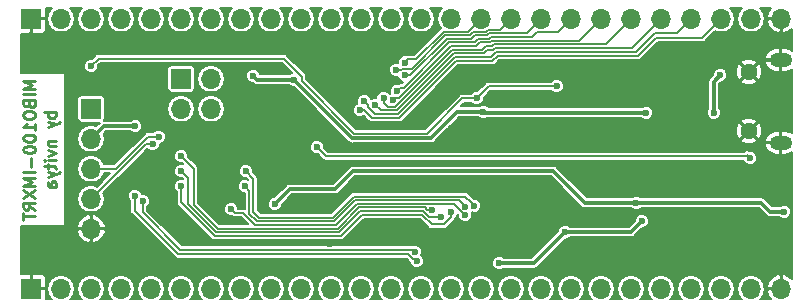
<source format=gbl>
G04 #@! TF.GenerationSoftware,KiCad,Pcbnew,(5.0.0)*
G04 #@! TF.CreationDate,2018-10-21T18:57:15+02:00*
G04 #@! TF.ProjectId,mibo100_imxrt,6D69626F3130305F696D7872742E6B69,rev?*
G04 #@! TF.SameCoordinates,PX695f190PY429d390*
G04 #@! TF.FileFunction,Copper,L2,Bot,Signal*
G04 #@! TF.FilePolarity,Positive*
%FSLAX46Y46*%
G04 Gerber Fmt 4.6, Leading zero omitted, Abs format (unit mm)*
G04 Created by KiCad (PCBNEW (5.0.0)) date 10/21/18 18:57:15*
%MOMM*%
%LPD*%
G01*
G04 APERTURE LIST*
G04 #@! TA.AperFunction,NonConductor*
%ADD10C,0.250000*%
G04 #@! TD*
G04 #@! TA.AperFunction,ComponentPad*
%ADD11O,1.700000X1.700000*%
G04 #@! TD*
G04 #@! TA.AperFunction,ComponentPad*
%ADD12R,1.700000X1.700000*%
G04 #@! TD*
G04 #@! TA.AperFunction,ComponentPad*
%ADD13C,1.450000*%
G04 #@! TD*
G04 #@! TA.AperFunction,ComponentPad*
%ADD14O,1.900000X1.200000*%
G04 #@! TD*
G04 #@! TA.AperFunction,ViaPad*
%ADD15C,0.600000*%
G04 #@! TD*
G04 #@! TA.AperFunction,Conductor*
%ADD16C,0.300000*%
G04 #@! TD*
G04 #@! TA.AperFunction,Conductor*
%ADD17C,0.152000*%
G04 #@! TD*
G04 #@! TA.AperFunction,Conductor*
%ADD18C,0.200000*%
G04 #@! TD*
G04 APERTURE END LIST*
D10*
X1609380Y-6509476D02*
X609380Y-6509476D01*
X1323666Y-6842809D01*
X609380Y-7176142D01*
X1609380Y-7176142D01*
X1609380Y-7652333D02*
X609380Y-7652333D01*
X1085571Y-8461857D02*
X1133190Y-8604714D01*
X1180809Y-8652333D01*
X1276047Y-8699952D01*
X1418904Y-8699952D01*
X1514142Y-8652333D01*
X1561761Y-8604714D01*
X1609380Y-8509476D01*
X1609380Y-8128523D01*
X609380Y-8128523D01*
X609380Y-8461857D01*
X657000Y-8557095D01*
X704619Y-8604714D01*
X799857Y-8652333D01*
X895095Y-8652333D01*
X990333Y-8604714D01*
X1037952Y-8557095D01*
X1085571Y-8461857D01*
X1085571Y-8128523D01*
X609380Y-9319000D02*
X609380Y-9509476D01*
X657000Y-9604714D01*
X752238Y-9699952D01*
X942714Y-9747571D01*
X1276047Y-9747571D01*
X1466523Y-9699952D01*
X1561761Y-9604714D01*
X1609380Y-9509476D01*
X1609380Y-9319000D01*
X1561761Y-9223761D01*
X1466523Y-9128523D01*
X1276047Y-9080904D01*
X942714Y-9080904D01*
X752238Y-9128523D01*
X657000Y-9223761D01*
X609380Y-9319000D01*
X1609380Y-10699952D02*
X1609380Y-10128523D01*
X1609380Y-10414238D02*
X609380Y-10414238D01*
X752238Y-10319000D01*
X847476Y-10223761D01*
X895095Y-10128523D01*
X609380Y-11319000D02*
X609380Y-11414238D01*
X657000Y-11509476D01*
X704619Y-11557095D01*
X799857Y-11604714D01*
X990333Y-11652333D01*
X1228428Y-11652333D01*
X1418904Y-11604714D01*
X1514142Y-11557095D01*
X1561761Y-11509476D01*
X1609380Y-11414238D01*
X1609380Y-11319000D01*
X1561761Y-11223761D01*
X1514142Y-11176142D01*
X1418904Y-11128523D01*
X1228428Y-11080904D01*
X990333Y-11080904D01*
X799857Y-11128523D01*
X704619Y-11176142D01*
X657000Y-11223761D01*
X609380Y-11319000D01*
X609380Y-12271380D02*
X609380Y-12366619D01*
X657000Y-12461857D01*
X704619Y-12509476D01*
X799857Y-12557095D01*
X990333Y-12604714D01*
X1228428Y-12604714D01*
X1418904Y-12557095D01*
X1514142Y-12509476D01*
X1561761Y-12461857D01*
X1609380Y-12366619D01*
X1609380Y-12271380D01*
X1561761Y-12176142D01*
X1514142Y-12128523D01*
X1418904Y-12080904D01*
X1228428Y-12033285D01*
X990333Y-12033285D01*
X799857Y-12080904D01*
X704619Y-12128523D01*
X657000Y-12176142D01*
X609380Y-12271380D01*
X1228428Y-13033285D02*
X1228428Y-13795190D01*
X1609380Y-14271380D02*
X609380Y-14271380D01*
X1609380Y-14747571D02*
X609380Y-14747571D01*
X1323666Y-15080904D01*
X609380Y-15414238D01*
X1609380Y-15414238D01*
X609380Y-15795190D02*
X1609380Y-16461857D01*
X609380Y-16461857D02*
X1609380Y-15795190D01*
X1609380Y-17414238D02*
X1133190Y-17080904D01*
X1609380Y-16842809D02*
X609380Y-16842809D01*
X609380Y-17223761D01*
X657000Y-17319000D01*
X704619Y-17366619D01*
X799857Y-17414238D01*
X942714Y-17414238D01*
X1037952Y-17366619D01*
X1085571Y-17319000D01*
X1133190Y-17223761D01*
X1133190Y-16842809D01*
X609380Y-17699952D02*
X609380Y-18271380D01*
X1609380Y-17985666D02*
X609380Y-17985666D01*
X3359380Y-9152333D02*
X2359380Y-9152333D01*
X2740333Y-9152333D02*
X2692714Y-9247571D01*
X2692714Y-9438047D01*
X2740333Y-9533285D01*
X2787952Y-9580904D01*
X2883190Y-9628523D01*
X3168904Y-9628523D01*
X3264142Y-9580904D01*
X3311761Y-9533285D01*
X3359380Y-9438047D01*
X3359380Y-9247571D01*
X3311761Y-9152333D01*
X2692714Y-9961857D02*
X3359380Y-10199952D01*
X2692714Y-10438047D02*
X3359380Y-10199952D01*
X3597476Y-10104714D01*
X3645095Y-10057095D01*
X3692714Y-9961857D01*
X2692714Y-11580904D02*
X3359380Y-11580904D01*
X2787952Y-11580904D02*
X2740333Y-11628523D01*
X2692714Y-11723761D01*
X2692714Y-11866619D01*
X2740333Y-11961857D01*
X2835571Y-12009476D01*
X3359380Y-12009476D01*
X2692714Y-12390428D02*
X3359380Y-12628523D01*
X2692714Y-12866619D01*
X3359380Y-13247571D02*
X2692714Y-13247571D01*
X2359380Y-13247571D02*
X2407000Y-13199952D01*
X2454619Y-13247571D01*
X2407000Y-13295190D01*
X2359380Y-13247571D01*
X2454619Y-13247571D01*
X2692714Y-13580904D02*
X2692714Y-13961857D01*
X2359380Y-13723761D02*
X3216523Y-13723761D01*
X3311761Y-13771380D01*
X3359380Y-13866619D01*
X3359380Y-13961857D01*
X2692714Y-14199952D02*
X3359380Y-14438047D01*
X2692714Y-14676142D02*
X3359380Y-14438047D01*
X3597476Y-14342809D01*
X3645095Y-14295190D01*
X3692714Y-14199952D01*
X3359380Y-15485666D02*
X2835571Y-15485666D01*
X2740333Y-15438047D01*
X2692714Y-15342809D01*
X2692714Y-15152333D01*
X2740333Y-15057095D01*
X3311761Y-15485666D02*
X3359380Y-15390428D01*
X3359380Y-15152333D01*
X3311761Y-15057095D01*
X3216523Y-15009476D01*
X3121285Y-15009476D01*
X3026047Y-15057095D01*
X2978428Y-15152333D01*
X2978428Y-15390428D01*
X2930809Y-15485666D01*
D11*
G04 #@! TO.P,J2,26*
G04 #@! TO.N,GND*
X64770000Y-1270000D03*
G04 #@! TO.P,J2,25*
G04 #@! TO.N,+3V3*
X62230000Y-1270000D03*
G04 #@! TO.P,J2,24*
G04 #@! TO.N,/A10*
X59690000Y-1270000D03*
G04 #@! TO.P,J2,23*
G04 #@! TO.N,/A11*
X57150000Y-1270000D03*
G04 #@! TO.P,J2,22*
G04 #@! TO.N,/A12*
X54610000Y-1270000D03*
G04 #@! TO.P,J2,21*
G04 #@! TO.N,/A13*
X52070000Y-1270000D03*
G04 #@! TO.P,J2,20*
G04 #@! TO.N,/A14*
X49530000Y-1270000D03*
G04 #@! TO.P,J2,19*
G04 #@! TO.N,/A15*
X46990000Y-1270000D03*
G04 #@! TO.P,J2,18*
G04 #@! TO.N,/B10*
X44450000Y-1270000D03*
G04 #@! TO.P,J2,17*
G04 #@! TO.N,/B11*
X41910000Y-1270000D03*
G04 #@! TO.P,J2,16*
G04 #@! TO.N,/B12*
X39370000Y-1270000D03*
G04 #@! TO.P,J2,15*
G04 #@! TO.N,/B13*
X36830000Y-1270000D03*
G04 #@! TO.P,J2,14*
G04 #@! TO.N,/B14*
X34290000Y-1270000D03*
G04 #@! TO.P,J2,13*
G04 #@! TO.N,/B15*
X31750000Y-1270000D03*
G04 #@! TO.P,J2,12*
G04 #@! TO.N,/A9*
X29210000Y-1270000D03*
G04 #@! TO.P,J2,11*
G04 #@! TO.N,/A8*
X26670000Y-1270000D03*
G04 #@! TO.P,J2,10*
G04 #@! TO.N,/A7*
X24130000Y-1270000D03*
G04 #@! TO.P,J2,9*
G04 #@! TO.N,/A6*
X21590000Y-1270000D03*
G04 #@! TO.P,J2,8*
G04 #@! TO.N,/A5*
X19050000Y-1270000D03*
G04 #@! TO.P,J2,7*
G04 #@! TO.N,/A4*
X16510000Y-1270000D03*
G04 #@! TO.P,J2,6*
G04 #@! TO.N,/E35*
X13970000Y-1270000D03*
G04 #@! TO.P,J2,5*
G04 #@! TO.N,/E34*
X11430000Y-1270000D03*
G04 #@! TO.P,J2,4*
G04 #@! TO.N,/E33*
X8890000Y-1270000D03*
G04 #@! TO.P,J2,3*
G04 #@! TO.N,/E32*
X6350000Y-1270000D03*
G04 #@! TO.P,J2,2*
G04 #@! TO.N,/5V*
X3810000Y-1270000D03*
D12*
G04 #@! TO.P,J2,1*
G04 #@! TO.N,GND*
X1270000Y-1270000D03*
G04 #@! TD*
G04 #@! TO.P,J1,1*
G04 #@! TO.N,GND*
X1270000Y-24130000D03*
D11*
G04 #@! TO.P,J1,2*
G04 #@! TO.N,+3V3*
X3810000Y-24130000D03*
G04 #@! TO.P,J1,3*
G04 #@! TO.N,/E27*
X6350000Y-24130000D03*
G04 #@! TO.P,J1,4*
G04 #@! TO.N,/E26*
X8890000Y-24130000D03*
G04 #@! TO.P,J1,5*
G04 #@! TO.N,/E25*
X11430000Y-24130000D03*
G04 #@! TO.P,J1,6*
G04 #@! TO.N,/E24*
X13970000Y-24130000D03*
G04 #@! TO.P,J1,7*
G04 #@! TO.N,/E23*
X16510000Y-24130000D03*
G04 #@! TO.P,J1,8*
G04 #@! TO.N,/E22*
X19050000Y-24130000D03*
G04 #@! TO.P,J1,9*
G04 #@! TO.N,/E21*
X21590000Y-24130000D03*
G04 #@! TO.P,J1,10*
G04 #@! TO.N,/E20*
X24130000Y-24130000D03*
G04 #@! TO.P,J1,11*
G04 #@! TO.N,/E19*
X26670000Y-24130000D03*
G04 #@! TO.P,J1,12*
G04 #@! TO.N,/E18*
X29210000Y-24130000D03*
G04 #@! TO.P,J1,13*
G04 #@! TO.N,/E8*
X31750000Y-24130000D03*
G04 #@! TO.P,J1,14*
G04 #@! TO.N,/E9*
X34290000Y-24130000D03*
G04 #@! TO.P,J1,15*
G04 #@! TO.N,/E7*
X36830000Y-24130000D03*
G04 #@! TO.P,J1,16*
G04 #@! TO.N,/E6*
X39370000Y-24130000D03*
G04 #@! TO.P,J1,17*
G04 #@! TO.N,/E5*
X41910000Y-24130000D03*
G04 #@! TO.P,J1,18*
G04 #@! TO.N,/E4*
X44450000Y-24130000D03*
G04 #@! TO.P,J1,19*
G04 #@! TO.N,/S5*
X46990000Y-24130000D03*
G04 #@! TO.P,J1,20*
G04 #@! TO.N,/S4*
X49530000Y-24130000D03*
G04 #@! TO.P,J1,21*
G04 #@! TO.N,/S3*
X52070000Y-24130000D03*
G04 #@! TO.P,J1,22*
G04 #@! TO.N,/S2*
X54610000Y-24130000D03*
G04 #@! TO.P,J1,23*
G04 #@! TO.N,/S1*
X57150000Y-24130000D03*
G04 #@! TO.P,J1,24*
G04 #@! TO.N,/S0*
X59690000Y-24130000D03*
G04 #@! TO.P,J1,25*
G04 #@! TO.N,/5V*
X62230000Y-24130000D03*
G04 #@! TO.P,J1,26*
G04 #@! TO.N,GND*
X64770000Y-24130000D03*
G04 #@! TD*
D12*
G04 #@! TO.P,J3,1*
G04 #@! TO.N,Net-(J3-Pad1)*
X13970000Y-6350000D03*
D11*
G04 #@! TO.P,J3,2*
G04 #@! TO.N,Net-(J3-Pad2)*
X16510000Y-6350000D03*
G04 #@! TO.P,J3,3*
G04 #@! TO.N,/BOOT-CFG-0*
X13970000Y-8890000D03*
G04 #@! TO.P,J3,4*
G04 #@! TO.N,/BOOT-CFG-1*
X16510000Y-8890000D03*
G04 #@! TD*
D13*
G04 #@! TO.P,J4,6*
G04 #@! TO.N,GND*
X62037500Y-10755000D03*
X62037500Y-5755000D03*
D14*
X64737500Y-11755000D03*
X64737500Y-4755000D03*
G04 #@! TD*
D12*
G04 #@! TO.P,J5,1*
G04 #@! TO.N,/5V*
X6350000Y-8890000D03*
D11*
G04 #@! TO.P,J5,2*
G04 #@! TO.N,+3V3*
X6350000Y-11430000D03*
G04 #@! TO.P,J5,3*
G04 #@! TO.N,/SWDIO*
X6350000Y-13970000D03*
G04 #@! TO.P,J5,4*
G04 #@! TO.N,/SWDCLK*
X6350000Y-16510000D03*
G04 #@! TO.P,J5,5*
G04 #@! TO.N,GND*
X6350000Y-19050000D03*
G04 #@! TD*
D15*
G04 #@! TO.N,GND*
X27813000Y-3937000D03*
X26098500Y-6159500D03*
X23622000Y-7366000D03*
X37211000Y-6223000D03*
X49784000Y-5993500D03*
X54292508Y-4254500D03*
X46736000Y-5016500D03*
X44767500Y-6286500D03*
X44894500Y-7683500D03*
X46291500Y-8445500D03*
X51816000Y-13462000D03*
X61404500Y-15367000D03*
X47117000Y-17272000D03*
X21209002Y-16129000D03*
X22950686Y-16997990D03*
X12763500Y-17399000D03*
X31244525Y-19006510D03*
X20764500Y-12827000D03*
X26606504Y-20299990D03*
X27876500Y-21780500D03*
X40066935Y-21968496D03*
X44386502Y-18732500D03*
X57404000Y-19812002D03*
X58166000Y-21843980D03*
X49911000Y-11557000D03*
G04 #@! TO.N,+3V3*
X40894000Y-21971000D03*
X59055000Y-9207500D03*
X59626500Y-6032500D03*
X65049500Y-17589500D03*
X52514500Y-16827500D03*
X23558500Y-6413500D03*
X20066000Y-6096000D03*
X53340000Y-9207500D03*
X39560500Y-9129110D03*
X46482000Y-19304000D03*
X21907500Y-16954500D03*
X52959006Y-18415000D03*
X10096500Y-10350500D03*
G04 #@! TO.N,/5V*
X45783500Y-6985000D03*
X38989000Y-8001000D03*
X6350000Y-5270500D03*
G04 #@! TO.N,/B10*
X32893000Y-6023895D03*
G04 #@! TO.N,/B11*
X32194500Y-5567988D03*
G04 #@! TO.N,/B12*
X32892761Y-4967882D03*
G04 #@! TO.N,/A15*
X32229196Y-7393578D03*
G04 #@! TO.N,/A14*
X31938234Y-8125738D03*
G04 #@! TO.N,/A13*
X31108482Y-7950825D03*
G04 #@! TO.N,/A12*
X30393988Y-8525663D03*
G04 #@! TO.N,/A11*
X29464000Y-8255000D03*
G04 #@! TO.N,/A10*
X29083000Y-9017000D03*
G04 #@! TO.N,/BOOT-CFG-0*
X33909000Y-21780500D03*
X10033000Y-16256002D03*
G04 #@! TO.N,/BOOT-CFG-1*
X10731500Y-16700500D03*
X33742610Y-20994390D03*
G04 #@! TO.N,/SWDIO*
X12065000Y-11239500D03*
G04 #@! TO.N,/SWDCLK*
X11557000Y-11874500D03*
G04 #@! TO.N,/LED1*
X62166500Y-13081000D03*
X25463500Y-12128500D03*
G04 #@! TO.N,/FLASH-CS*
X13970000Y-12890500D03*
X35179000Y-17455979D03*
G04 #@! TO.N,/FLASH-D1*
X13970000Y-14160500D03*
X35941000Y-18034000D03*
G04 #@! TO.N,/FLASH-D2*
X13970000Y-15430500D03*
X36830000Y-17653000D03*
G04 #@! TO.N,/FLASH-D0*
X18224500Y-17399000D03*
X38036500Y-17907000D03*
G04 #@! TO.N,/FLASH-CLK*
X19367500Y-15430500D03*
X38036500Y-17154987D03*
G04 #@! TO.N,/FLASH-D3*
X19431000Y-14160500D03*
X38798500Y-17081500D03*
G04 #@! TD*
D16*
G04 #@! TO.N,+3V3*
X59055000Y-9207500D02*
X59055000Y-6604000D01*
X59055000Y-6604000D02*
X59626500Y-6032500D01*
X65049500Y-17589500D02*
X63817500Y-17589500D01*
X63817500Y-17589500D02*
X63055500Y-16827500D01*
X63055500Y-16827500D02*
X52514500Y-16827500D01*
X53340000Y-9207500D02*
X39638890Y-9207500D01*
X39638890Y-9207500D02*
X39560500Y-9129110D01*
X23815489Y-6670489D02*
X23558500Y-6413500D01*
X23815489Y-6697077D02*
X23815489Y-6670489D01*
X28481922Y-11363510D02*
X23815489Y-6697077D01*
X35118490Y-11363510D02*
X28481922Y-11363510D01*
X39560500Y-9129110D02*
X37352890Y-9129110D01*
X37352890Y-9129110D02*
X35118490Y-11363510D01*
X20383500Y-6413500D02*
X20066000Y-6096000D01*
X23558500Y-6413500D02*
X20383500Y-6413500D01*
X43815000Y-21971000D02*
X40894000Y-21971000D01*
X46482000Y-19304000D02*
X43815000Y-21971000D01*
X52514500Y-16827500D02*
X48133000Y-16827500D01*
X48133000Y-16827500D02*
X45466000Y-14160500D01*
X45466000Y-14160500D02*
X28511500Y-14160500D01*
X28511500Y-14160500D02*
X26987500Y-15684500D01*
X23177500Y-15684500D02*
X21907500Y-16954500D01*
X26987500Y-15684500D02*
X23177500Y-15684500D01*
X52659007Y-18714999D02*
X52959006Y-18415000D01*
X46482000Y-19304000D02*
X52070006Y-19304000D01*
X52070006Y-19304000D02*
X52659007Y-18714999D01*
X7429500Y-10350500D02*
X6350000Y-11430000D01*
X10096500Y-10350500D02*
X7429500Y-10350500D01*
D17*
G04 #@! TO.N,/5V*
X40005000Y-6985000D02*
X38989000Y-8001000D01*
X45783500Y-6985000D02*
X40005000Y-6985000D01*
X6985000Y-4635500D02*
X6350000Y-5270500D01*
X22669500Y-4635500D02*
X6985000Y-4635500D01*
X37782500Y-8001000D02*
X34798000Y-10985500D01*
X38989000Y-8001000D02*
X37782500Y-8001000D01*
X34798000Y-10985500D02*
X28638500Y-10985500D01*
X28638500Y-10985500D02*
X24193500Y-6540500D01*
X24193500Y-6540500D02*
X24193500Y-6159500D01*
X24193500Y-6159500D02*
X22669500Y-4635500D01*
G04 #@! TO.N,/B10*
X44450000Y-1270000D02*
X43226061Y-2493939D01*
X36448349Y-2956023D02*
X33380477Y-6023895D01*
X43226061Y-2493939D02*
X40074952Y-2493939D01*
X33317264Y-6023895D02*
X32893000Y-6023895D01*
X33380477Y-6023895D02*
X33317264Y-6023895D01*
X38543849Y-2956023D02*
X36448349Y-2956023D01*
X38842416Y-2657456D02*
X38543849Y-2956023D01*
X39911433Y-2657456D02*
X38842416Y-2657456D01*
X40074952Y-2493939D02*
X39911433Y-2657456D01*
G04 #@! TO.N,/B11*
X32690869Y-5495883D02*
X32618764Y-5567988D01*
X36322424Y-2652012D02*
X33478553Y-5495883D01*
X39949027Y-2189928D02*
X39785510Y-2353445D01*
X39785510Y-2353445D02*
X38716489Y-2353447D01*
X38716489Y-2353447D02*
X38417924Y-2652012D01*
X38417924Y-2652012D02*
X36322424Y-2652012D01*
X32618764Y-5567988D02*
X32194500Y-5567988D01*
X33478553Y-5495883D02*
X32690869Y-5495883D01*
X41910000Y-1270000D02*
X40990072Y-2189928D01*
X40990072Y-2189928D02*
X39949027Y-2189928D01*
G04 #@! TO.N,/B12*
X33192760Y-4667883D02*
X32892761Y-4967882D01*
X33876617Y-4667883D02*
X33192760Y-4667883D01*
X36196499Y-2348001D02*
X33876617Y-4667883D01*
X39370000Y-1270000D02*
X38291999Y-2348001D01*
X38291999Y-2348001D02*
X36196499Y-2348001D01*
G04 #@! TO.N,/A15*
X32529195Y-7093579D02*
X32857241Y-7093579D01*
X32857241Y-7093579D02*
X36690788Y-3260032D01*
X40037356Y-2961467D02*
X40200876Y-2797949D01*
X40200876Y-2797949D02*
X43678804Y-2797952D01*
X43678804Y-2797952D02*
X44063756Y-2413000D01*
X44063756Y-2413000D02*
X45847000Y-2413000D01*
X45847000Y-2413000D02*
X46990000Y-1270000D01*
X39119223Y-2961467D02*
X40037356Y-2961467D01*
X38820658Y-3260032D02*
X39119223Y-2961467D01*
X36690788Y-3260032D02*
X38820658Y-3260032D01*
X32229196Y-7393578D02*
X32529195Y-7093579D01*
G04 #@! TO.N,/A14*
X32125797Y-7938175D02*
X31938234Y-8125738D01*
X32442581Y-7938175D02*
X32125797Y-7938175D01*
X40163279Y-3265478D02*
X39245148Y-3265478D01*
X36816713Y-3564043D02*
X32442581Y-7938175D01*
X40326800Y-3101959D02*
X40163279Y-3265478D01*
X47698041Y-3101959D02*
X40326800Y-3101959D01*
X47698041Y-3101959D02*
X49530000Y-1270000D01*
X38946583Y-3564043D02*
X36816713Y-3564043D01*
X39245148Y-3265478D02*
X38946583Y-3564043D01*
G04 #@! TO.N,/A13*
X39754223Y-3596469D02*
X39482632Y-3868054D01*
X39482632Y-3868054D02*
X36942638Y-3868054D01*
X36942638Y-3868054D02*
X32097703Y-8712989D01*
X32097703Y-8712989D02*
X31446382Y-8712989D01*
X31108482Y-8375089D02*
X31108482Y-7950825D01*
X31446382Y-8712989D02*
X31108482Y-8375089D01*
X40262222Y-3596469D02*
X39754223Y-3596469D01*
X40452723Y-3405969D02*
X40262222Y-3596469D01*
X49934031Y-3405969D02*
X40452723Y-3405969D01*
X52070000Y-1270000D02*
X49934031Y-3405969D01*
G04 #@! TO.N,/A12*
X53721000Y-2159000D02*
X54610000Y-1270000D01*
X52169997Y-3710003D02*
X53721000Y-2159000D01*
X40578649Y-3709979D02*
X52169997Y-3710003D01*
X40388148Y-3900480D02*
X40578649Y-3709979D01*
X30393988Y-8525663D02*
X30885325Y-9017000D01*
X30885325Y-9017000D02*
X32223628Y-9017000D01*
X32223628Y-9017000D02*
X37068563Y-4172065D01*
X37068563Y-4172065D02*
X39608563Y-4172065D01*
X39608563Y-4172065D02*
X39880149Y-3900479D01*
X39880149Y-3900479D02*
X40388148Y-3900480D01*
G04 #@! TO.N,/A11*
X56197500Y-2222500D02*
X57150000Y-1270000D01*
X55943500Y-2476500D02*
X56197500Y-2222500D01*
X54102000Y-2476500D02*
X55943500Y-2476500D01*
X40641074Y-4077490D02*
X52501010Y-4077490D01*
X40196575Y-4521989D02*
X40641074Y-4077490D01*
X52501010Y-4077490D02*
X54102000Y-2476500D01*
X29763999Y-8554999D02*
X29763999Y-8745499D01*
X29763999Y-8745499D02*
X30353000Y-9334500D01*
X29464000Y-8255000D02*
X29763999Y-8554999D01*
X30353000Y-9334500D02*
X32336064Y-9334500D01*
X32336064Y-9334500D02*
X37148575Y-4521989D01*
X37148575Y-4521989D02*
X40196575Y-4521989D01*
G04 #@! TO.N,/A10*
X58547000Y-2413000D02*
X59690000Y-1270000D01*
X58102500Y-2857500D02*
X58547000Y-2413000D01*
X54150934Y-2857500D02*
X58102500Y-2857500D01*
X40766999Y-4381500D02*
X52626935Y-4381500D01*
X52626935Y-4381500D02*
X54150934Y-2857500D01*
X29464000Y-9017000D02*
X30099000Y-9652000D01*
X29083000Y-9017000D02*
X29464000Y-9017000D01*
X30099000Y-9652000D02*
X32448500Y-9652000D01*
X32448500Y-9652000D02*
X37274500Y-4826000D01*
X37274500Y-4826000D02*
X40322500Y-4825999D01*
X40322500Y-4825999D02*
X40766999Y-4381500D01*
G04 #@! TO.N,/BOOT-CFG-0*
X33718500Y-21590000D02*
X33909000Y-21780500D01*
X33591500Y-21590000D02*
X33718500Y-21590000D01*
X33210500Y-21209000D02*
X33591500Y-21590000D01*
X13730564Y-21209000D02*
X33210500Y-21209000D01*
X10033000Y-16256002D02*
X10033000Y-17511436D01*
X10033000Y-17511436D02*
X13730564Y-21209000D01*
G04 #@! TO.N,/BOOT-CFG-1*
X33576220Y-20828000D02*
X33742610Y-20994390D01*
X13906500Y-20828000D02*
X33576220Y-20828000D01*
X10731500Y-16700500D02*
X10731500Y-17653000D01*
X10731500Y-17653000D02*
X13906500Y-20828000D01*
G04 #@! TO.N,/SWDIO*
X11640736Y-11239500D02*
X12065000Y-11239500D01*
X11176000Y-11239500D02*
X11640736Y-11239500D01*
X6350000Y-13970000D02*
X8445500Y-13970000D01*
X8445500Y-13970000D02*
X11176000Y-11239500D01*
G04 #@! TO.N,/SWDCLK*
X10985500Y-11874500D02*
X11132736Y-11874500D01*
X11132736Y-11874500D02*
X11557000Y-11874500D01*
X6350000Y-16510000D02*
X10985500Y-11874500D01*
G04 #@! TO.N,/LED1*
X61866501Y-12781001D02*
X62166500Y-13081000D01*
X61757002Y-12890500D02*
X61866501Y-12781001D01*
X25463500Y-12128500D02*
X26225500Y-12890500D01*
X26225500Y-12890500D02*
X61757002Y-12890500D01*
G04 #@! TO.N,/FLASH-CS*
X34605352Y-17235480D02*
X34825851Y-17455979D01*
X15049500Y-17017995D02*
X17054525Y-19023020D01*
X17054525Y-19023020D02*
X27234109Y-19023019D01*
X15049500Y-13970000D02*
X15049500Y-17017995D01*
X13970000Y-12890500D02*
X15049500Y-13970000D01*
X29021760Y-17235369D02*
X34605352Y-17235480D01*
X27234109Y-19023019D02*
X29021760Y-17235369D01*
X34825851Y-17455979D02*
X35179000Y-17455979D01*
G04 #@! TO.N,/FLASH-D1*
X14554989Y-16953420D02*
X16928600Y-19327031D01*
X34479426Y-17539490D02*
X34973936Y-18034000D01*
X13970000Y-14160500D02*
X14554982Y-14745482D01*
X34973936Y-18034000D02*
X35516736Y-18034000D01*
X16928600Y-19327031D02*
X27360035Y-19327029D01*
X27360035Y-19327029D02*
X29147575Y-17539489D01*
X29147575Y-17539489D02*
X34479426Y-17539490D01*
X35516736Y-18034000D02*
X35941000Y-18034000D01*
X14554982Y-14745482D02*
X14554989Y-16953420D01*
G04 #@! TO.N,/FLASH-D2*
X36238264Y-18669000D02*
X36830000Y-18077264D01*
X16802675Y-19631042D02*
X27485958Y-19631042D01*
X35179000Y-18669000D02*
X36238264Y-18669000D01*
X13970000Y-16798367D02*
X16802675Y-19631042D01*
X13970000Y-15430500D02*
X13970000Y-16798367D01*
X36830000Y-18077264D02*
X36830000Y-17653000D01*
X29273500Y-17843500D02*
X34353500Y-17843500D01*
X34353500Y-17843500D02*
X35179000Y-18669000D01*
X27485958Y-19631042D02*
X29273500Y-17843500D01*
G04 #@! TO.N,/FLASH-D0*
X18524499Y-17698999D02*
X18224500Y-17399000D01*
X37047480Y-16917980D02*
X28850957Y-16917979D01*
X38036500Y-17907000D02*
X37047480Y-16917980D01*
X28850957Y-16917979D02*
X27049926Y-18719010D01*
X27049926Y-18719010D02*
X20243010Y-18719010D01*
X20243010Y-18719010D02*
X19222999Y-17698999D01*
X19222999Y-17698999D02*
X18524499Y-17698999D01*
G04 #@! TO.N,/FLASH-CLK*
X37736501Y-16854988D02*
X38036500Y-17154987D01*
X37495484Y-16613971D02*
X37736501Y-16854988D01*
X19748500Y-15811500D02*
X19748500Y-17780000D01*
X19367500Y-15430500D02*
X19748500Y-15811500D01*
X19748500Y-17780000D02*
X20383499Y-18414999D01*
X20383499Y-18414999D02*
X26924001Y-18414999D01*
X26924001Y-18414999D02*
X28725032Y-16613969D01*
X28725032Y-16613969D02*
X37495484Y-16613971D01*
G04 #@! TO.N,/FLASH-D3*
X38026961Y-16309961D02*
X38498501Y-16781501D01*
X28599107Y-16309959D02*
X38026961Y-16309961D01*
X20574000Y-18097500D02*
X26811564Y-18097500D01*
X26811564Y-18097500D02*
X28599107Y-16309959D01*
X20066000Y-17589500D02*
X20574000Y-18097500D01*
X20066000Y-14795500D02*
X20066000Y-17589500D01*
X38498501Y-16781501D02*
X38798500Y-17081500D01*
X19431000Y-14160500D02*
X20066000Y-14795500D01*
G04 #@! TD*
D18*
G04 #@! TO.N,GND*
G36*
X2980897Y-440897D02*
X2726724Y-821293D01*
X2637471Y-1270000D01*
X2726724Y-1718707D01*
X2980897Y-2099103D01*
X3361293Y-2353276D01*
X3696739Y-2420000D01*
X3923261Y-2420000D01*
X4258707Y-2353276D01*
X4639103Y-2099103D01*
X4893276Y-1718707D01*
X4982529Y-1270000D01*
X4893276Y-821293D01*
X4639103Y-440897D01*
X4540481Y-375000D01*
X5619519Y-375000D01*
X5520897Y-440897D01*
X5266724Y-821293D01*
X5177471Y-1270000D01*
X5266724Y-1718707D01*
X5520897Y-2099103D01*
X5901293Y-2353276D01*
X6236739Y-2420000D01*
X6463261Y-2420000D01*
X6798707Y-2353276D01*
X7179103Y-2099103D01*
X7433276Y-1718707D01*
X7522529Y-1270000D01*
X7433276Y-821293D01*
X7179103Y-440897D01*
X7080481Y-375000D01*
X8159519Y-375000D01*
X8060897Y-440897D01*
X7806724Y-821293D01*
X7717471Y-1270000D01*
X7806724Y-1718707D01*
X8060897Y-2099103D01*
X8441293Y-2353276D01*
X8776739Y-2420000D01*
X9003261Y-2420000D01*
X9338707Y-2353276D01*
X9719103Y-2099103D01*
X9973276Y-1718707D01*
X10062529Y-1270000D01*
X9973276Y-821293D01*
X9719103Y-440897D01*
X9620481Y-375000D01*
X10699519Y-375000D01*
X10600897Y-440897D01*
X10346724Y-821293D01*
X10257471Y-1270000D01*
X10346724Y-1718707D01*
X10600897Y-2099103D01*
X10981293Y-2353276D01*
X11316739Y-2420000D01*
X11543261Y-2420000D01*
X11878707Y-2353276D01*
X12259103Y-2099103D01*
X12513276Y-1718707D01*
X12602529Y-1270000D01*
X12513276Y-821293D01*
X12259103Y-440897D01*
X12160481Y-375000D01*
X13239519Y-375000D01*
X13140897Y-440897D01*
X12886724Y-821293D01*
X12797471Y-1270000D01*
X12886724Y-1718707D01*
X13140897Y-2099103D01*
X13521293Y-2353276D01*
X13856739Y-2420000D01*
X14083261Y-2420000D01*
X14418707Y-2353276D01*
X14799103Y-2099103D01*
X15053276Y-1718707D01*
X15142529Y-1270000D01*
X15053276Y-821293D01*
X14799103Y-440897D01*
X14700481Y-375000D01*
X15779519Y-375000D01*
X15680897Y-440897D01*
X15426724Y-821293D01*
X15337471Y-1270000D01*
X15426724Y-1718707D01*
X15680897Y-2099103D01*
X16061293Y-2353276D01*
X16396739Y-2420000D01*
X16623261Y-2420000D01*
X16958707Y-2353276D01*
X17339103Y-2099103D01*
X17593276Y-1718707D01*
X17682529Y-1270000D01*
X17593276Y-821293D01*
X17339103Y-440897D01*
X17240481Y-375000D01*
X18319519Y-375000D01*
X18220897Y-440897D01*
X17966724Y-821293D01*
X17877471Y-1270000D01*
X17966724Y-1718707D01*
X18220897Y-2099103D01*
X18601293Y-2353276D01*
X18936739Y-2420000D01*
X19163261Y-2420000D01*
X19498707Y-2353276D01*
X19879103Y-2099103D01*
X20133276Y-1718707D01*
X20222529Y-1270000D01*
X20133276Y-821293D01*
X19879103Y-440897D01*
X19780481Y-375000D01*
X20859519Y-375000D01*
X20760897Y-440897D01*
X20506724Y-821293D01*
X20417471Y-1270000D01*
X20506724Y-1718707D01*
X20760897Y-2099103D01*
X21141293Y-2353276D01*
X21476739Y-2420000D01*
X21703261Y-2420000D01*
X22038707Y-2353276D01*
X22419103Y-2099103D01*
X22673276Y-1718707D01*
X22762529Y-1270000D01*
X22673276Y-821293D01*
X22419103Y-440897D01*
X22320481Y-375000D01*
X23399519Y-375000D01*
X23300897Y-440897D01*
X23046724Y-821293D01*
X22957471Y-1270000D01*
X23046724Y-1718707D01*
X23300897Y-2099103D01*
X23681293Y-2353276D01*
X24016739Y-2420000D01*
X24243261Y-2420000D01*
X24578707Y-2353276D01*
X24959103Y-2099103D01*
X25213276Y-1718707D01*
X25302529Y-1270000D01*
X25213276Y-821293D01*
X24959103Y-440897D01*
X24860481Y-375000D01*
X25939519Y-375000D01*
X25840897Y-440897D01*
X25586724Y-821293D01*
X25497471Y-1270000D01*
X25586724Y-1718707D01*
X25840897Y-2099103D01*
X26221293Y-2353276D01*
X26556739Y-2420000D01*
X26783261Y-2420000D01*
X27118707Y-2353276D01*
X27499103Y-2099103D01*
X27753276Y-1718707D01*
X27842529Y-1270000D01*
X27753276Y-821293D01*
X27499103Y-440897D01*
X27400481Y-375000D01*
X28479519Y-375000D01*
X28380897Y-440897D01*
X28126724Y-821293D01*
X28037471Y-1270000D01*
X28126724Y-1718707D01*
X28380897Y-2099103D01*
X28761293Y-2353276D01*
X29096739Y-2420000D01*
X29323261Y-2420000D01*
X29658707Y-2353276D01*
X30039103Y-2099103D01*
X30293276Y-1718707D01*
X30382529Y-1270000D01*
X30293276Y-821293D01*
X30039103Y-440897D01*
X29940481Y-375000D01*
X31019519Y-375000D01*
X30920897Y-440897D01*
X30666724Y-821293D01*
X30577471Y-1270000D01*
X30666724Y-1718707D01*
X30920897Y-2099103D01*
X31301293Y-2353276D01*
X31636739Y-2420000D01*
X31863261Y-2420000D01*
X32198707Y-2353276D01*
X32579103Y-2099103D01*
X32833276Y-1718707D01*
X32922529Y-1270000D01*
X32833276Y-821293D01*
X32579103Y-440897D01*
X32480481Y-375000D01*
X33559519Y-375000D01*
X33460897Y-440897D01*
X33206724Y-821293D01*
X33117471Y-1270000D01*
X33206724Y-1718707D01*
X33460897Y-2099103D01*
X33841293Y-2353276D01*
X34176739Y-2420000D01*
X34403261Y-2420000D01*
X34738707Y-2353276D01*
X35119103Y-2099103D01*
X35373276Y-1718707D01*
X35462529Y-1270000D01*
X35373276Y-821293D01*
X35119103Y-440897D01*
X35020481Y-375000D01*
X36099519Y-375000D01*
X36000897Y-440897D01*
X35746724Y-821293D01*
X35657471Y-1270000D01*
X35746724Y-1718707D01*
X35967353Y-2048900D01*
X35925418Y-2076920D01*
X35904440Y-2108316D01*
X33720873Y-4291883D01*
X33229791Y-4291883D01*
X33192760Y-4284517D01*
X33155729Y-4291883D01*
X33046052Y-4313699D01*
X32964961Y-4367882D01*
X32773414Y-4367882D01*
X32552888Y-4459226D01*
X32384105Y-4628009D01*
X32292761Y-4848535D01*
X32292761Y-4967988D01*
X32075153Y-4967988D01*
X31854627Y-5059332D01*
X31685844Y-5228115D01*
X31594500Y-5448641D01*
X31594500Y-5687335D01*
X31685844Y-5907861D01*
X31854627Y-6076644D01*
X32075153Y-6167988D01*
X32303250Y-6167988D01*
X32384344Y-6363768D01*
X32553127Y-6532551D01*
X32773653Y-6623895D01*
X32795181Y-6623895D01*
X32701497Y-6717579D01*
X32566226Y-6717579D01*
X32529195Y-6710213D01*
X32492164Y-6717579D01*
X32382487Y-6739395D01*
X32301396Y-6793578D01*
X32109849Y-6793578D01*
X31889323Y-6884922D01*
X31720540Y-7053705D01*
X31629196Y-7274231D01*
X31629196Y-7512925D01*
X31661505Y-7590927D01*
X31615973Y-7609787D01*
X31448355Y-7442169D01*
X31227829Y-7350825D01*
X30989135Y-7350825D01*
X30768609Y-7442169D01*
X30599826Y-7610952D01*
X30508482Y-7831478D01*
X30508482Y-7925663D01*
X30274641Y-7925663D01*
X30054115Y-8017007D01*
X30026354Y-8044768D01*
X29972656Y-7915127D01*
X29803873Y-7746344D01*
X29583347Y-7655000D01*
X29344653Y-7655000D01*
X29124127Y-7746344D01*
X28955344Y-7915127D01*
X28864000Y-8135653D01*
X28864000Y-8374347D01*
X28893674Y-8445986D01*
X28743127Y-8508344D01*
X28574344Y-8677127D01*
X28483000Y-8897653D01*
X28483000Y-9136347D01*
X28574344Y-9356873D01*
X28743127Y-9525656D01*
X28963653Y-9617000D01*
X29202347Y-9617000D01*
X29422873Y-9525656D01*
X29431892Y-9516637D01*
X29806943Y-9891688D01*
X29827919Y-9923081D01*
X29859312Y-9944057D01*
X29952292Y-10006184D01*
X30099000Y-10035366D01*
X30136031Y-10028000D01*
X32411469Y-10028000D01*
X32448500Y-10035366D01*
X32485531Y-10028000D01*
X32595208Y-10006184D01*
X32719581Y-9923081D01*
X32740560Y-9891684D01*
X37430245Y-5202000D01*
X40285464Y-5201998D01*
X40322500Y-5209365D01*
X40469207Y-5180183D01*
X40562187Y-5118056D01*
X40562188Y-5118055D01*
X40593581Y-5097079D01*
X40614557Y-5065686D01*
X40700122Y-4980121D01*
X61333331Y-4980121D01*
X62037500Y-5684289D01*
X62741669Y-4980121D01*
X62734041Y-4960623D01*
X63408869Y-4960623D01*
X63444487Y-5091489D01*
X63645038Y-5426751D01*
X63958623Y-5659745D01*
X64337500Y-5755000D01*
X64687500Y-5755000D01*
X64687500Y-4805000D01*
X63488890Y-4805000D01*
X63408869Y-4960623D01*
X62734041Y-4960623D01*
X62670622Y-4798518D01*
X62256399Y-4629040D01*
X61808851Y-4630980D01*
X61404378Y-4798518D01*
X61333331Y-4980121D01*
X40700122Y-4980121D01*
X40922743Y-4757500D01*
X52589904Y-4757500D01*
X52626935Y-4764866D01*
X52663966Y-4757500D01*
X52773643Y-4735684D01*
X52898016Y-4652581D01*
X52918996Y-4621182D01*
X52990801Y-4549377D01*
X63408869Y-4549377D01*
X63488890Y-4705000D01*
X64687500Y-4705000D01*
X64687500Y-3755000D01*
X64337500Y-3755000D01*
X63958623Y-3850255D01*
X63645038Y-4083249D01*
X63444487Y-4418511D01*
X63408869Y-4549377D01*
X52990801Y-4549377D01*
X54306679Y-3233500D01*
X58065469Y-3233500D01*
X58102500Y-3240866D01*
X58139531Y-3233500D01*
X58249208Y-3211684D01*
X58373581Y-3128581D01*
X58394559Y-3097185D01*
X58839057Y-2652688D01*
X58839059Y-2652685D01*
X59179654Y-2312090D01*
X59241293Y-2353276D01*
X59576739Y-2420000D01*
X59803261Y-2420000D01*
X60138707Y-2353276D01*
X60519103Y-2099103D01*
X60773276Y-1718707D01*
X60862529Y-1270000D01*
X60773276Y-821293D01*
X60519103Y-440897D01*
X60420481Y-375000D01*
X61499519Y-375000D01*
X61400897Y-440897D01*
X61146724Y-821293D01*
X61057471Y-1270000D01*
X61146724Y-1718707D01*
X61400897Y-2099103D01*
X61781293Y-2353276D01*
X62116739Y-2420000D01*
X62343261Y-2420000D01*
X62678707Y-2353276D01*
X63059103Y-2099103D01*
X63313276Y-1718707D01*
X63353841Y-1514772D01*
X63544195Y-1514772D01*
X63731174Y-1965235D01*
X64076305Y-2309855D01*
X64525229Y-2495801D01*
X64720000Y-2418913D01*
X64720000Y-1320000D01*
X63620996Y-1320000D01*
X63544195Y-1514772D01*
X63353841Y-1514772D01*
X63402529Y-1270000D01*
X63313276Y-821293D01*
X63059103Y-440897D01*
X62960481Y-375000D01*
X63931235Y-375000D01*
X63731174Y-574765D01*
X63544195Y-1025228D01*
X63620996Y-1220000D01*
X64720000Y-1220000D01*
X64720000Y-1200000D01*
X64820000Y-1200000D01*
X64820000Y-1220000D01*
X64840000Y-1220000D01*
X64840000Y-1320000D01*
X64820000Y-1320000D01*
X64820000Y-2418913D01*
X65014771Y-2495801D01*
X65463695Y-2309855D01*
X65665000Y-2108848D01*
X65665000Y-3960682D01*
X65516377Y-3850255D01*
X65137500Y-3755000D01*
X64787500Y-3755000D01*
X64787500Y-4705000D01*
X64807500Y-4705000D01*
X64807500Y-4805000D01*
X64787500Y-4805000D01*
X64787500Y-5755000D01*
X65137500Y-5755000D01*
X65516377Y-5659745D01*
X65665000Y-5549318D01*
X65665000Y-10960682D01*
X65516377Y-10850255D01*
X65137500Y-10755000D01*
X64787500Y-10755000D01*
X64787500Y-11705000D01*
X64807500Y-11705000D01*
X64807500Y-11805000D01*
X64787500Y-11805000D01*
X64787500Y-12755000D01*
X65137500Y-12755000D01*
X65516377Y-12659745D01*
X65665000Y-12549318D01*
X65665001Y-23291153D01*
X65463695Y-23090145D01*
X65014771Y-22904199D01*
X64820000Y-22981087D01*
X64820000Y-24080000D01*
X64840000Y-24080000D01*
X64840000Y-24180000D01*
X64820000Y-24180000D01*
X64820000Y-24200000D01*
X64720000Y-24200000D01*
X64720000Y-24180000D01*
X63620996Y-24180000D01*
X63544195Y-24374772D01*
X63731174Y-24825235D01*
X63931235Y-25025000D01*
X62960481Y-25025000D01*
X63059103Y-24959103D01*
X63313276Y-24578707D01*
X63402529Y-24130000D01*
X63353842Y-23885228D01*
X63544195Y-23885228D01*
X63620996Y-24080000D01*
X64720000Y-24080000D01*
X64720000Y-22981087D01*
X64525229Y-22904199D01*
X64076305Y-23090145D01*
X63731174Y-23434765D01*
X63544195Y-23885228D01*
X63353842Y-23885228D01*
X63313276Y-23681293D01*
X63059103Y-23300897D01*
X62678707Y-23046724D01*
X62343261Y-22980000D01*
X62116739Y-22980000D01*
X61781293Y-23046724D01*
X61400897Y-23300897D01*
X61146724Y-23681293D01*
X61057471Y-24130000D01*
X61146724Y-24578707D01*
X61400897Y-24959103D01*
X61499519Y-25025000D01*
X60420481Y-25025000D01*
X60519103Y-24959103D01*
X60773276Y-24578707D01*
X60862529Y-24130000D01*
X60773276Y-23681293D01*
X60519103Y-23300897D01*
X60138707Y-23046724D01*
X59803261Y-22980000D01*
X59576739Y-22980000D01*
X59241293Y-23046724D01*
X58860897Y-23300897D01*
X58606724Y-23681293D01*
X58517471Y-24130000D01*
X58606724Y-24578707D01*
X58860897Y-24959103D01*
X58959519Y-25025000D01*
X57880481Y-25025000D01*
X57979103Y-24959103D01*
X58233276Y-24578707D01*
X58322529Y-24130000D01*
X58233276Y-23681293D01*
X57979103Y-23300897D01*
X57598707Y-23046724D01*
X57263261Y-22980000D01*
X57036739Y-22980000D01*
X56701293Y-23046724D01*
X56320897Y-23300897D01*
X56066724Y-23681293D01*
X55977471Y-24130000D01*
X56066724Y-24578707D01*
X56320897Y-24959103D01*
X56419519Y-25025000D01*
X55340481Y-25025000D01*
X55439103Y-24959103D01*
X55693276Y-24578707D01*
X55782529Y-24130000D01*
X55693276Y-23681293D01*
X55439103Y-23300897D01*
X55058707Y-23046724D01*
X54723261Y-22980000D01*
X54496739Y-22980000D01*
X54161293Y-23046724D01*
X53780897Y-23300897D01*
X53526724Y-23681293D01*
X53437471Y-24130000D01*
X53526724Y-24578707D01*
X53780897Y-24959103D01*
X53879519Y-25025000D01*
X52800481Y-25025000D01*
X52899103Y-24959103D01*
X53153276Y-24578707D01*
X53242529Y-24130000D01*
X53153276Y-23681293D01*
X52899103Y-23300897D01*
X52518707Y-23046724D01*
X52183261Y-22980000D01*
X51956739Y-22980000D01*
X51621293Y-23046724D01*
X51240897Y-23300897D01*
X50986724Y-23681293D01*
X50897471Y-24130000D01*
X50986724Y-24578707D01*
X51240897Y-24959103D01*
X51339519Y-25025000D01*
X50260481Y-25025000D01*
X50359103Y-24959103D01*
X50613276Y-24578707D01*
X50702529Y-24130000D01*
X50613276Y-23681293D01*
X50359103Y-23300897D01*
X49978707Y-23046724D01*
X49643261Y-22980000D01*
X49416739Y-22980000D01*
X49081293Y-23046724D01*
X48700897Y-23300897D01*
X48446724Y-23681293D01*
X48357471Y-24130000D01*
X48446724Y-24578707D01*
X48700897Y-24959103D01*
X48799519Y-25025000D01*
X47720481Y-25025000D01*
X47819103Y-24959103D01*
X48073276Y-24578707D01*
X48162529Y-24130000D01*
X48073276Y-23681293D01*
X47819103Y-23300897D01*
X47438707Y-23046724D01*
X47103261Y-22980000D01*
X46876739Y-22980000D01*
X46541293Y-23046724D01*
X46160897Y-23300897D01*
X45906724Y-23681293D01*
X45817471Y-24130000D01*
X45906724Y-24578707D01*
X46160897Y-24959103D01*
X46259519Y-25025000D01*
X45180481Y-25025000D01*
X45279103Y-24959103D01*
X45533276Y-24578707D01*
X45622529Y-24130000D01*
X45533276Y-23681293D01*
X45279103Y-23300897D01*
X44898707Y-23046724D01*
X44563261Y-22980000D01*
X44336739Y-22980000D01*
X44001293Y-23046724D01*
X43620897Y-23300897D01*
X43366724Y-23681293D01*
X43277471Y-24130000D01*
X43366724Y-24578707D01*
X43620897Y-24959103D01*
X43719519Y-25025000D01*
X42640481Y-25025000D01*
X42739103Y-24959103D01*
X42993276Y-24578707D01*
X43082529Y-24130000D01*
X42993276Y-23681293D01*
X42739103Y-23300897D01*
X42358707Y-23046724D01*
X42023261Y-22980000D01*
X41796739Y-22980000D01*
X41461293Y-23046724D01*
X41080897Y-23300897D01*
X40826724Y-23681293D01*
X40737471Y-24130000D01*
X40826724Y-24578707D01*
X41080897Y-24959103D01*
X41179519Y-25025000D01*
X40100481Y-25025000D01*
X40199103Y-24959103D01*
X40453276Y-24578707D01*
X40542529Y-24130000D01*
X40453276Y-23681293D01*
X40199103Y-23300897D01*
X39818707Y-23046724D01*
X39483261Y-22980000D01*
X39256739Y-22980000D01*
X38921293Y-23046724D01*
X38540897Y-23300897D01*
X38286724Y-23681293D01*
X38197471Y-24130000D01*
X38286724Y-24578707D01*
X38540897Y-24959103D01*
X38639519Y-25025000D01*
X37560481Y-25025000D01*
X37659103Y-24959103D01*
X37913276Y-24578707D01*
X38002529Y-24130000D01*
X37913276Y-23681293D01*
X37659103Y-23300897D01*
X37278707Y-23046724D01*
X36943261Y-22980000D01*
X36716739Y-22980000D01*
X36381293Y-23046724D01*
X36000897Y-23300897D01*
X35746724Y-23681293D01*
X35657471Y-24130000D01*
X35746724Y-24578707D01*
X36000897Y-24959103D01*
X36099519Y-25025000D01*
X35020481Y-25025000D01*
X35119103Y-24959103D01*
X35373276Y-24578707D01*
X35462529Y-24130000D01*
X35373276Y-23681293D01*
X35119103Y-23300897D01*
X34738707Y-23046724D01*
X34403261Y-22980000D01*
X34176739Y-22980000D01*
X33841293Y-23046724D01*
X33460897Y-23300897D01*
X33206724Y-23681293D01*
X33117471Y-24130000D01*
X33206724Y-24578707D01*
X33460897Y-24959103D01*
X33559519Y-25025000D01*
X32480481Y-25025000D01*
X32579103Y-24959103D01*
X32833276Y-24578707D01*
X32922529Y-24130000D01*
X32833276Y-23681293D01*
X32579103Y-23300897D01*
X32198707Y-23046724D01*
X31863261Y-22980000D01*
X31636739Y-22980000D01*
X31301293Y-23046724D01*
X30920897Y-23300897D01*
X30666724Y-23681293D01*
X30577471Y-24130000D01*
X30666724Y-24578707D01*
X30920897Y-24959103D01*
X31019519Y-25025000D01*
X29940481Y-25025000D01*
X30039103Y-24959103D01*
X30293276Y-24578707D01*
X30382529Y-24130000D01*
X30293276Y-23681293D01*
X30039103Y-23300897D01*
X29658707Y-23046724D01*
X29323261Y-22980000D01*
X29096739Y-22980000D01*
X28761293Y-23046724D01*
X28380897Y-23300897D01*
X28126724Y-23681293D01*
X28037471Y-24130000D01*
X28126724Y-24578707D01*
X28380897Y-24959103D01*
X28479519Y-25025000D01*
X27400481Y-25025000D01*
X27499103Y-24959103D01*
X27753276Y-24578707D01*
X27842529Y-24130000D01*
X27753276Y-23681293D01*
X27499103Y-23300897D01*
X27118707Y-23046724D01*
X26783261Y-22980000D01*
X26556739Y-22980000D01*
X26221293Y-23046724D01*
X25840897Y-23300897D01*
X25586724Y-23681293D01*
X25497471Y-24130000D01*
X25586724Y-24578707D01*
X25840897Y-24959103D01*
X25939519Y-25025000D01*
X24860481Y-25025000D01*
X24959103Y-24959103D01*
X25213276Y-24578707D01*
X25302529Y-24130000D01*
X25213276Y-23681293D01*
X24959103Y-23300897D01*
X24578707Y-23046724D01*
X24243261Y-22980000D01*
X24016739Y-22980000D01*
X23681293Y-23046724D01*
X23300897Y-23300897D01*
X23046724Y-23681293D01*
X22957471Y-24130000D01*
X23046724Y-24578707D01*
X23300897Y-24959103D01*
X23399519Y-25025000D01*
X22320481Y-25025000D01*
X22419103Y-24959103D01*
X22673276Y-24578707D01*
X22762529Y-24130000D01*
X22673276Y-23681293D01*
X22419103Y-23300897D01*
X22038707Y-23046724D01*
X21703261Y-22980000D01*
X21476739Y-22980000D01*
X21141293Y-23046724D01*
X20760897Y-23300897D01*
X20506724Y-23681293D01*
X20417471Y-24130000D01*
X20506724Y-24578707D01*
X20760897Y-24959103D01*
X20859519Y-25025000D01*
X19780481Y-25025000D01*
X19879103Y-24959103D01*
X20133276Y-24578707D01*
X20222529Y-24130000D01*
X20133276Y-23681293D01*
X19879103Y-23300897D01*
X19498707Y-23046724D01*
X19163261Y-22980000D01*
X18936739Y-22980000D01*
X18601293Y-23046724D01*
X18220897Y-23300897D01*
X17966724Y-23681293D01*
X17877471Y-24130000D01*
X17966724Y-24578707D01*
X18220897Y-24959103D01*
X18319519Y-25025000D01*
X17240481Y-25025000D01*
X17339103Y-24959103D01*
X17593276Y-24578707D01*
X17682529Y-24130000D01*
X17593276Y-23681293D01*
X17339103Y-23300897D01*
X16958707Y-23046724D01*
X16623261Y-22980000D01*
X16396739Y-22980000D01*
X16061293Y-23046724D01*
X15680897Y-23300897D01*
X15426724Y-23681293D01*
X15337471Y-24130000D01*
X15426724Y-24578707D01*
X15680897Y-24959103D01*
X15779519Y-25025000D01*
X14700481Y-25025000D01*
X14799103Y-24959103D01*
X15053276Y-24578707D01*
X15142529Y-24130000D01*
X15053276Y-23681293D01*
X14799103Y-23300897D01*
X14418707Y-23046724D01*
X14083261Y-22980000D01*
X13856739Y-22980000D01*
X13521293Y-23046724D01*
X13140897Y-23300897D01*
X12886724Y-23681293D01*
X12797471Y-24130000D01*
X12886724Y-24578707D01*
X13140897Y-24959103D01*
X13239519Y-25025000D01*
X12160481Y-25025000D01*
X12259103Y-24959103D01*
X12513276Y-24578707D01*
X12602529Y-24130000D01*
X12513276Y-23681293D01*
X12259103Y-23300897D01*
X11878707Y-23046724D01*
X11543261Y-22980000D01*
X11316739Y-22980000D01*
X10981293Y-23046724D01*
X10600897Y-23300897D01*
X10346724Y-23681293D01*
X10257471Y-24130000D01*
X10346724Y-24578707D01*
X10600897Y-24959103D01*
X10699519Y-25025000D01*
X9620481Y-25025000D01*
X9719103Y-24959103D01*
X9973276Y-24578707D01*
X10062529Y-24130000D01*
X9973276Y-23681293D01*
X9719103Y-23300897D01*
X9338707Y-23046724D01*
X9003261Y-22980000D01*
X8776739Y-22980000D01*
X8441293Y-23046724D01*
X8060897Y-23300897D01*
X7806724Y-23681293D01*
X7717471Y-24130000D01*
X7806724Y-24578707D01*
X8060897Y-24959103D01*
X8159519Y-25025000D01*
X7080481Y-25025000D01*
X7179103Y-24959103D01*
X7433276Y-24578707D01*
X7522529Y-24130000D01*
X7433276Y-23681293D01*
X7179103Y-23300897D01*
X6798707Y-23046724D01*
X6463261Y-22980000D01*
X6236739Y-22980000D01*
X5901293Y-23046724D01*
X5520897Y-23300897D01*
X5266724Y-23681293D01*
X5177471Y-24130000D01*
X5266724Y-24578707D01*
X5520897Y-24959103D01*
X5619519Y-25025000D01*
X4540481Y-25025000D01*
X4639103Y-24959103D01*
X4893276Y-24578707D01*
X4982529Y-24130000D01*
X4893276Y-23681293D01*
X4639103Y-23300897D01*
X4258707Y-23046724D01*
X3923261Y-22980000D01*
X3696739Y-22980000D01*
X3361293Y-23046724D01*
X2980897Y-23300897D01*
X2726724Y-23681293D01*
X2637471Y-24130000D01*
X2726724Y-24578707D01*
X2980897Y-24959103D01*
X3079519Y-25025000D01*
X2520000Y-25025000D01*
X2520000Y-24280000D01*
X2420000Y-24180000D01*
X1320000Y-24180000D01*
X1320000Y-24200000D01*
X1220000Y-24200000D01*
X1220000Y-24180000D01*
X1200000Y-24180000D01*
X1200000Y-24080000D01*
X1220000Y-24080000D01*
X1220000Y-22980000D01*
X1320000Y-22980000D01*
X1320000Y-24080000D01*
X2420000Y-24080000D01*
X2520000Y-23980000D01*
X2520000Y-23200435D01*
X2459104Y-23053418D01*
X2346582Y-22940896D01*
X2199565Y-22880000D01*
X1420000Y-22880000D01*
X1320000Y-22980000D01*
X1220000Y-22980000D01*
X1120000Y-22880000D01*
X375000Y-22880000D01*
X375000Y-19294771D01*
X5124199Y-19294771D01*
X5310145Y-19743695D01*
X5654765Y-20088826D01*
X6105228Y-20275805D01*
X6300000Y-20199004D01*
X6300000Y-19100000D01*
X6400000Y-19100000D01*
X6400000Y-20199004D01*
X6594772Y-20275805D01*
X7045235Y-20088826D01*
X7389855Y-19743695D01*
X7575801Y-19294771D01*
X7498913Y-19100000D01*
X6400000Y-19100000D01*
X6300000Y-19100000D01*
X5201087Y-19100000D01*
X5124199Y-19294771D01*
X375000Y-19294771D01*
X375000Y-18805229D01*
X5124199Y-18805229D01*
X5201087Y-19000000D01*
X6300000Y-19000000D01*
X6300000Y-17900996D01*
X6400000Y-17900996D01*
X6400000Y-19000000D01*
X7498913Y-19000000D01*
X7575801Y-18805229D01*
X7389855Y-18356305D01*
X7045235Y-18011174D01*
X6594772Y-17824195D01*
X6400000Y-17900996D01*
X6300000Y-17900996D01*
X6105228Y-17824195D01*
X5654765Y-18011174D01*
X5310145Y-18356305D01*
X5124199Y-18805229D01*
X375000Y-18805229D01*
X375000Y-18791619D01*
X4174500Y-18791619D01*
X4174500Y-13970000D01*
X5177471Y-13970000D01*
X5266724Y-14418707D01*
X5520897Y-14799103D01*
X5901293Y-15053276D01*
X6236739Y-15120000D01*
X6463261Y-15120000D01*
X6798707Y-15053276D01*
X7179103Y-14799103D01*
X7433276Y-14418707D01*
X7447738Y-14346000D01*
X7982256Y-14346000D01*
X6860346Y-15467910D01*
X6798707Y-15426724D01*
X6463261Y-15360000D01*
X6236739Y-15360000D01*
X5901293Y-15426724D01*
X5520897Y-15680897D01*
X5266724Y-16061293D01*
X5177471Y-16510000D01*
X5266724Y-16958707D01*
X5520897Y-17339103D01*
X5901293Y-17593276D01*
X6236739Y-17660000D01*
X6463261Y-17660000D01*
X6798707Y-17593276D01*
X7179103Y-17339103D01*
X7433276Y-16958707D01*
X7522529Y-16510000D01*
X7448267Y-16136655D01*
X9433000Y-16136655D01*
X9433000Y-16375349D01*
X9524344Y-16595875D01*
X9657000Y-16728531D01*
X9657001Y-17474400D01*
X9649634Y-17511436D01*
X9678816Y-17658143D01*
X9740943Y-17751123D01*
X9761920Y-17782517D01*
X9793313Y-17803493D01*
X13438505Y-21448685D01*
X13459483Y-21480081D01*
X13559798Y-21547109D01*
X13583856Y-21563184D01*
X13730563Y-21592366D01*
X13767594Y-21585000D01*
X33054756Y-21585000D01*
X33299441Y-21829685D01*
X33309000Y-21843991D01*
X33309000Y-21899847D01*
X33400344Y-22120373D01*
X33569127Y-22289156D01*
X33789653Y-22380500D01*
X34028347Y-22380500D01*
X34248873Y-22289156D01*
X34417656Y-22120373D01*
X34509000Y-21899847D01*
X34509000Y-21851653D01*
X40294000Y-21851653D01*
X40294000Y-22090347D01*
X40385344Y-22310873D01*
X40554127Y-22479656D01*
X40774653Y-22571000D01*
X41013347Y-22571000D01*
X41233873Y-22479656D01*
X41292529Y-22421000D01*
X43770680Y-22421000D01*
X43815000Y-22429816D01*
X43859320Y-22421000D01*
X43859321Y-22421000D01*
X43990581Y-22394891D01*
X44139432Y-22295432D01*
X44164540Y-22257855D01*
X46518397Y-19904000D01*
X46601347Y-19904000D01*
X46821873Y-19812656D01*
X46880529Y-19754000D01*
X52025686Y-19754000D01*
X52070006Y-19762816D01*
X52114326Y-19754000D01*
X52114327Y-19754000D01*
X52245587Y-19727891D01*
X52394438Y-19628432D01*
X52419546Y-19590855D01*
X52995402Y-19015000D01*
X53078353Y-19015000D01*
X53298879Y-18923656D01*
X53467662Y-18754873D01*
X53559006Y-18534347D01*
X53559006Y-18295653D01*
X53467662Y-18075127D01*
X53298879Y-17906344D01*
X53078353Y-17815000D01*
X52839659Y-17815000D01*
X52619133Y-17906344D01*
X52450350Y-18075127D01*
X52359006Y-18295653D01*
X52359006Y-18378604D01*
X51883611Y-18854000D01*
X46880529Y-18854000D01*
X46821873Y-18795344D01*
X46601347Y-18704000D01*
X46362653Y-18704000D01*
X46142127Y-18795344D01*
X45973344Y-18964127D01*
X45882000Y-19184653D01*
X45882000Y-19267603D01*
X43628605Y-21521000D01*
X41292529Y-21521000D01*
X41233873Y-21462344D01*
X41013347Y-21371000D01*
X40774653Y-21371000D01*
X40554127Y-21462344D01*
X40385344Y-21631127D01*
X40294000Y-21851653D01*
X34509000Y-21851653D01*
X34509000Y-21661153D01*
X34417656Y-21440627D01*
X34268847Y-21291818D01*
X34342610Y-21113737D01*
X34342610Y-20875043D01*
X34251266Y-20654517D01*
X34082483Y-20485734D01*
X33861957Y-20394390D01*
X33623263Y-20394390D01*
X33484179Y-20452000D01*
X14062244Y-20452000D01*
X11107500Y-17497256D01*
X11107500Y-17173029D01*
X11240156Y-17040373D01*
X11331500Y-16819847D01*
X11331500Y-16581153D01*
X11240156Y-16360627D01*
X11071373Y-16191844D01*
X10850847Y-16100500D01*
X10618024Y-16100500D01*
X10541656Y-15916129D01*
X10372873Y-15747346D01*
X10152347Y-15656002D01*
X9913653Y-15656002D01*
X9693127Y-15747346D01*
X9524344Y-15916129D01*
X9433000Y-16136655D01*
X7448267Y-16136655D01*
X7433276Y-16061293D01*
X7392090Y-15999654D01*
X10620591Y-12771153D01*
X13370000Y-12771153D01*
X13370000Y-13009847D01*
X13461344Y-13230373D01*
X13630127Y-13399156D01*
X13850653Y-13490500D01*
X14038256Y-13490500D01*
X14121626Y-13573870D01*
X14089347Y-13560500D01*
X13850653Y-13560500D01*
X13630127Y-13651844D01*
X13461344Y-13820627D01*
X13370000Y-14041153D01*
X13370000Y-14279847D01*
X13461344Y-14500373D01*
X13630127Y-14669156D01*
X13850653Y-14760500D01*
X14038256Y-14760500D01*
X14121626Y-14843870D01*
X14089347Y-14830500D01*
X13850653Y-14830500D01*
X13630127Y-14921844D01*
X13461344Y-15090627D01*
X13370000Y-15311153D01*
X13370000Y-15549847D01*
X13461344Y-15770373D01*
X13594000Y-15903029D01*
X13594001Y-16761331D01*
X13586634Y-16798367D01*
X13615816Y-16945074D01*
X13664540Y-17017995D01*
X13698920Y-17069448D01*
X13730313Y-17090424D01*
X16510616Y-19870727D01*
X16531594Y-19902123D01*
X16655967Y-19985226D01*
X16765644Y-20007042D01*
X16802674Y-20014408D01*
X16839704Y-20007042D01*
X27448927Y-20007042D01*
X27485958Y-20014408D01*
X27522989Y-20007042D01*
X27632666Y-19985226D01*
X27757039Y-19902123D01*
X27778017Y-19870727D01*
X29429244Y-18219500D01*
X34197756Y-18219500D01*
X34886941Y-18908685D01*
X34907919Y-18940081D01*
X35032292Y-19023184D01*
X35141969Y-19045000D01*
X35178999Y-19052366D01*
X35216029Y-19045000D01*
X36201233Y-19045000D01*
X36238264Y-19052366D01*
X36275295Y-19045000D01*
X36384972Y-19023184D01*
X36509345Y-18940081D01*
X36530323Y-18908685D01*
X37069685Y-18369323D01*
X37101081Y-18348345D01*
X37184184Y-18223972D01*
X37192790Y-18180707D01*
X37203211Y-18128318D01*
X37338656Y-17992873D01*
X37412457Y-17814701D01*
X37436500Y-17838744D01*
X37436500Y-18026347D01*
X37527844Y-18246873D01*
X37696627Y-18415656D01*
X37917153Y-18507000D01*
X38155847Y-18507000D01*
X38376373Y-18415656D01*
X38545156Y-18246873D01*
X38636500Y-18026347D01*
X38636500Y-17787653D01*
X38574591Y-17638189D01*
X38679153Y-17681500D01*
X38917847Y-17681500D01*
X39138373Y-17590156D01*
X39307156Y-17421373D01*
X39398500Y-17200847D01*
X39398500Y-16962153D01*
X39307156Y-16741627D01*
X39138373Y-16572844D01*
X38917847Y-16481500D01*
X38730244Y-16481500D01*
X38319018Y-16070274D01*
X38298042Y-16038881D01*
X38253220Y-16008932D01*
X38173668Y-15955777D01*
X38026961Y-15926595D01*
X37989925Y-15933962D01*
X28636137Y-15933959D01*
X28599107Y-15926593D01*
X28452399Y-15955775D01*
X28359419Y-16017902D01*
X28359417Y-16017904D01*
X28328027Y-16038878D01*
X28307053Y-16070268D01*
X26655821Y-17721500D01*
X20729744Y-17721500D01*
X20442000Y-17433756D01*
X20442000Y-16835153D01*
X21307500Y-16835153D01*
X21307500Y-17073847D01*
X21398844Y-17294373D01*
X21567627Y-17463156D01*
X21788153Y-17554500D01*
X22026847Y-17554500D01*
X22247373Y-17463156D01*
X22416156Y-17294373D01*
X22507500Y-17073847D01*
X22507500Y-16990895D01*
X23363896Y-16134500D01*
X26943180Y-16134500D01*
X26987500Y-16143316D01*
X27031820Y-16134500D01*
X27031821Y-16134500D01*
X27163081Y-16108391D01*
X27311932Y-16008932D01*
X27337040Y-15971355D01*
X28697896Y-14610500D01*
X45279605Y-14610500D01*
X47783464Y-17114360D01*
X47808568Y-17151932D01*
X47846139Y-17177036D01*
X47846141Y-17177038D01*
X47957418Y-17251391D01*
X48133000Y-17286316D01*
X48177321Y-17277500D01*
X52115971Y-17277500D01*
X52174627Y-17336156D01*
X52395153Y-17427500D01*
X52633847Y-17427500D01*
X52854373Y-17336156D01*
X52913029Y-17277500D01*
X62869105Y-17277500D01*
X63467961Y-17876357D01*
X63493068Y-17913932D01*
X63641919Y-18013391D01*
X63773179Y-18039500D01*
X63773180Y-18039500D01*
X63817500Y-18048316D01*
X63861820Y-18039500D01*
X64650971Y-18039500D01*
X64709627Y-18098156D01*
X64930153Y-18189500D01*
X65168847Y-18189500D01*
X65389373Y-18098156D01*
X65558156Y-17929373D01*
X65649500Y-17708847D01*
X65649500Y-17470153D01*
X65558156Y-17249627D01*
X65389373Y-17080844D01*
X65168847Y-16989500D01*
X64930153Y-16989500D01*
X64709627Y-17080844D01*
X64650971Y-17139500D01*
X64003896Y-17139500D01*
X63405040Y-16540645D01*
X63379932Y-16503068D01*
X63231081Y-16403609D01*
X63099821Y-16377500D01*
X63099820Y-16377500D01*
X63055500Y-16368684D01*
X63011180Y-16377500D01*
X52913029Y-16377500D01*
X52854373Y-16318844D01*
X52633847Y-16227500D01*
X52395153Y-16227500D01*
X52174627Y-16318844D01*
X52115971Y-16377500D01*
X48319397Y-16377500D01*
X45815540Y-13873645D01*
X45790432Y-13836068D01*
X45641581Y-13736609D01*
X45510321Y-13710500D01*
X45510320Y-13710500D01*
X45466000Y-13701684D01*
X45421680Y-13710500D01*
X28555816Y-13710500D01*
X28511499Y-13701685D01*
X28467182Y-13710500D01*
X28467179Y-13710500D01*
X28335919Y-13736609D01*
X28335918Y-13736610D01*
X28335917Y-13736610D01*
X28288989Y-13767967D01*
X28187068Y-13836068D01*
X28161962Y-13873643D01*
X26801105Y-15234500D01*
X23221816Y-15234500D01*
X23177499Y-15225685D01*
X23133183Y-15234500D01*
X23133179Y-15234500D01*
X23001919Y-15260609D01*
X22853068Y-15360068D01*
X22827962Y-15397642D01*
X21871105Y-16354500D01*
X21788153Y-16354500D01*
X21567627Y-16445844D01*
X21398844Y-16614627D01*
X21307500Y-16835153D01*
X20442000Y-16835153D01*
X20442000Y-14832531D01*
X20449366Y-14795500D01*
X20420184Y-14648792D01*
X20358057Y-14555812D01*
X20337081Y-14524419D01*
X20305688Y-14503443D01*
X20031000Y-14228755D01*
X20031000Y-14041153D01*
X19939656Y-13820627D01*
X19770873Y-13651844D01*
X19550347Y-13560500D01*
X19311653Y-13560500D01*
X19091127Y-13651844D01*
X18922344Y-13820627D01*
X18831000Y-14041153D01*
X18831000Y-14279847D01*
X18922344Y-14500373D01*
X19091127Y-14669156D01*
X19311653Y-14760500D01*
X19499255Y-14760500D01*
X19627526Y-14888771D01*
X19486847Y-14830500D01*
X19248153Y-14830500D01*
X19027627Y-14921844D01*
X18858844Y-15090627D01*
X18767500Y-15311153D01*
X18767500Y-15549847D01*
X18858844Y-15770373D01*
X19027627Y-15939156D01*
X19248153Y-16030500D01*
X19372500Y-16030500D01*
X19372501Y-17346682D01*
X19369707Y-17344815D01*
X19260030Y-17322999D01*
X19222999Y-17315633D01*
X19185968Y-17322999D01*
X18824500Y-17322999D01*
X18824500Y-17279653D01*
X18733156Y-17059127D01*
X18564373Y-16890344D01*
X18343847Y-16799000D01*
X18105153Y-16799000D01*
X17884627Y-16890344D01*
X17715844Y-17059127D01*
X17624500Y-17279653D01*
X17624500Y-17518347D01*
X17715844Y-17738873D01*
X17884627Y-17907656D01*
X18105153Y-17999000D01*
X18296700Y-17999000D01*
X18377791Y-18053183D01*
X18524499Y-18082365D01*
X18561530Y-18074999D01*
X19067255Y-18074999D01*
X19639276Y-18647020D01*
X17210270Y-18647021D01*
X15425500Y-16862251D01*
X15425500Y-14007031D01*
X15432866Y-13970000D01*
X15403684Y-13823292D01*
X15345765Y-13736610D01*
X15320581Y-13698919D01*
X15289185Y-13677941D01*
X14570000Y-12958756D01*
X14570000Y-12771153D01*
X14478656Y-12550627D01*
X14309873Y-12381844D01*
X14089347Y-12290500D01*
X13850653Y-12290500D01*
X13630127Y-12381844D01*
X13461344Y-12550627D01*
X13370000Y-12771153D01*
X10620591Y-12771153D01*
X11112858Y-12278887D01*
X11217127Y-12383156D01*
X11437653Y-12474500D01*
X11676347Y-12474500D01*
X11896873Y-12383156D01*
X12065656Y-12214373D01*
X12150660Y-12009153D01*
X24863500Y-12009153D01*
X24863500Y-12247847D01*
X24954844Y-12468373D01*
X25123627Y-12637156D01*
X25344153Y-12728500D01*
X25531756Y-12728500D01*
X25933442Y-13130187D01*
X25954419Y-13161581D01*
X25985812Y-13182557D01*
X26078792Y-13244684D01*
X26225500Y-13273866D01*
X26262531Y-13266500D01*
X61593901Y-13266500D01*
X61657844Y-13420873D01*
X61826627Y-13589656D01*
X62047153Y-13681000D01*
X62285847Y-13681000D01*
X62506373Y-13589656D01*
X62675156Y-13420873D01*
X62766500Y-13200347D01*
X62766500Y-12961653D01*
X62675156Y-12741127D01*
X62506373Y-12572344D01*
X62285847Y-12481000D01*
X62094299Y-12481000D01*
X62013208Y-12426817D01*
X61866501Y-12397635D01*
X61719794Y-12426817D01*
X61626814Y-12488944D01*
X61626812Y-12488946D01*
X61595421Y-12509921D01*
X61592361Y-12514500D01*
X26381245Y-12514500D01*
X26063500Y-12196756D01*
X26063500Y-12009153D01*
X26043399Y-11960623D01*
X63408869Y-11960623D01*
X63444487Y-12091489D01*
X63645038Y-12426751D01*
X63958623Y-12659745D01*
X64337500Y-12755000D01*
X64687500Y-12755000D01*
X64687500Y-11805000D01*
X63488890Y-11805000D01*
X63408869Y-11960623D01*
X26043399Y-11960623D01*
X25972156Y-11788627D01*
X25803373Y-11619844D01*
X25582847Y-11528500D01*
X25344153Y-11528500D01*
X25123627Y-11619844D01*
X24954844Y-11788627D01*
X24863500Y-12009153D01*
X12150660Y-12009153D01*
X12157000Y-11993847D01*
X12157000Y-11839500D01*
X12184347Y-11839500D01*
X12404873Y-11748156D01*
X12573656Y-11579373D01*
X12665000Y-11358847D01*
X12665000Y-11120153D01*
X12573656Y-10899627D01*
X12404873Y-10730844D01*
X12184347Y-10639500D01*
X11945653Y-10639500D01*
X11725127Y-10730844D01*
X11592471Y-10863500D01*
X11213030Y-10863500D01*
X11175999Y-10856134D01*
X11029292Y-10885316D01*
X10904919Y-10968419D01*
X10883941Y-10999815D01*
X8289756Y-13594000D01*
X7447738Y-13594000D01*
X7433276Y-13521293D01*
X7179103Y-13140897D01*
X6798707Y-12886724D01*
X6463261Y-12820000D01*
X6236739Y-12820000D01*
X5901293Y-12886724D01*
X5520897Y-13140897D01*
X5266724Y-13521293D01*
X5177471Y-13970000D01*
X4174500Y-13970000D01*
X4174500Y-11430000D01*
X5177471Y-11430000D01*
X5266724Y-11878707D01*
X5520897Y-12259103D01*
X5901293Y-12513276D01*
X6236739Y-12580000D01*
X6463261Y-12580000D01*
X6798707Y-12513276D01*
X7179103Y-12259103D01*
X7433276Y-11878707D01*
X7522529Y-11430000D01*
X7433579Y-10982817D01*
X7615897Y-10800500D01*
X9697971Y-10800500D01*
X9756627Y-10859156D01*
X9977153Y-10950500D01*
X10215847Y-10950500D01*
X10436373Y-10859156D01*
X10605156Y-10690373D01*
X10696500Y-10469847D01*
X10696500Y-10231153D01*
X10605156Y-10010627D01*
X10436373Y-9841844D01*
X10215847Y-9750500D01*
X9977153Y-9750500D01*
X9756627Y-9841844D01*
X9697971Y-9900500D01*
X7473822Y-9900500D01*
X7455940Y-9896943D01*
X7482593Y-9857054D01*
X7505877Y-9740000D01*
X7505877Y-8890000D01*
X12797471Y-8890000D01*
X12886724Y-9338707D01*
X13140897Y-9719103D01*
X13521293Y-9973276D01*
X13856739Y-10040000D01*
X14083261Y-10040000D01*
X14418707Y-9973276D01*
X14799103Y-9719103D01*
X15053276Y-9338707D01*
X15142529Y-8890000D01*
X15337471Y-8890000D01*
X15426724Y-9338707D01*
X15680897Y-9719103D01*
X16061293Y-9973276D01*
X16396739Y-10040000D01*
X16623261Y-10040000D01*
X16958707Y-9973276D01*
X17339103Y-9719103D01*
X17593276Y-9338707D01*
X17682529Y-8890000D01*
X17593276Y-8441293D01*
X17339103Y-8060897D01*
X16958707Y-7806724D01*
X16623261Y-7740000D01*
X16396739Y-7740000D01*
X16061293Y-7806724D01*
X15680897Y-8060897D01*
X15426724Y-8441293D01*
X15337471Y-8890000D01*
X15142529Y-8890000D01*
X15053276Y-8441293D01*
X14799103Y-8060897D01*
X14418707Y-7806724D01*
X14083261Y-7740000D01*
X13856739Y-7740000D01*
X13521293Y-7806724D01*
X13140897Y-8060897D01*
X12886724Y-8441293D01*
X12797471Y-8890000D01*
X7505877Y-8890000D01*
X7505877Y-8040000D01*
X7482593Y-7922946D01*
X7416288Y-7823712D01*
X7317054Y-7757407D01*
X7200000Y-7734123D01*
X5500000Y-7734123D01*
X5382946Y-7757407D01*
X5283712Y-7823712D01*
X5217407Y-7922946D01*
X5194123Y-8040000D01*
X5194123Y-9740000D01*
X5217407Y-9857054D01*
X5283712Y-9956288D01*
X5382946Y-10022593D01*
X5500000Y-10045877D01*
X7091832Y-10045877D01*
X7079963Y-10063640D01*
X6797183Y-10346421D01*
X6463261Y-10280000D01*
X6236739Y-10280000D01*
X5901293Y-10346724D01*
X5520897Y-10600897D01*
X5266724Y-10981293D01*
X5177471Y-11430000D01*
X4174500Y-11430000D01*
X4174500Y-5846381D01*
X375000Y-5846381D01*
X375000Y-5151153D01*
X5750000Y-5151153D01*
X5750000Y-5389847D01*
X5841344Y-5610373D01*
X6010127Y-5779156D01*
X6230653Y-5870500D01*
X6469347Y-5870500D01*
X6689873Y-5779156D01*
X6858656Y-5610373D01*
X6904373Y-5500000D01*
X12814123Y-5500000D01*
X12814123Y-7200000D01*
X12837407Y-7317054D01*
X12903712Y-7416288D01*
X13002946Y-7482593D01*
X13120000Y-7505877D01*
X14820000Y-7505877D01*
X14937054Y-7482593D01*
X15036288Y-7416288D01*
X15102593Y-7317054D01*
X15125877Y-7200000D01*
X15125877Y-6350000D01*
X15337471Y-6350000D01*
X15426724Y-6798707D01*
X15680897Y-7179103D01*
X16061293Y-7433276D01*
X16396739Y-7500000D01*
X16623261Y-7500000D01*
X16958707Y-7433276D01*
X17339103Y-7179103D01*
X17593276Y-6798707D01*
X17682529Y-6350000D01*
X17593276Y-5901293D01*
X17339103Y-5520897D01*
X16958707Y-5266724D01*
X16623261Y-5200000D01*
X16396739Y-5200000D01*
X16061293Y-5266724D01*
X15680897Y-5520897D01*
X15426724Y-5901293D01*
X15337471Y-6350000D01*
X15125877Y-6350000D01*
X15125877Y-5500000D01*
X15102593Y-5382946D01*
X15036288Y-5283712D01*
X14937054Y-5217407D01*
X14820000Y-5194123D01*
X13120000Y-5194123D01*
X13002946Y-5217407D01*
X12903712Y-5283712D01*
X12837407Y-5382946D01*
X12814123Y-5500000D01*
X6904373Y-5500000D01*
X6950000Y-5389847D01*
X6950000Y-5202245D01*
X7140745Y-5011500D01*
X22513756Y-5011500D01*
X23351898Y-5849642D01*
X23218627Y-5904844D01*
X23159971Y-5963500D01*
X20660552Y-5963500D01*
X20574656Y-5756127D01*
X20405873Y-5587344D01*
X20185347Y-5496000D01*
X19946653Y-5496000D01*
X19726127Y-5587344D01*
X19557344Y-5756127D01*
X19466000Y-5976653D01*
X19466000Y-6215347D01*
X19557344Y-6435873D01*
X19726127Y-6604656D01*
X19946653Y-6696000D01*
X20029604Y-6696000D01*
X20033961Y-6700357D01*
X20059068Y-6737932D01*
X20207919Y-6837391D01*
X20339179Y-6863500D01*
X20339180Y-6863500D01*
X20383500Y-6872316D01*
X20427820Y-6863500D01*
X23159971Y-6863500D01*
X23218627Y-6922156D01*
X23439153Y-7013500D01*
X23485706Y-7013500D01*
X23491057Y-7021509D01*
X23528634Y-7046617D01*
X28132384Y-11650368D01*
X28157490Y-11687942D01*
X28306341Y-11787401D01*
X28437601Y-11813510D01*
X28437602Y-11813510D01*
X28481922Y-11822326D01*
X28526242Y-11813510D01*
X35074170Y-11813510D01*
X35118490Y-11822326D01*
X35162810Y-11813510D01*
X35162811Y-11813510D01*
X35294071Y-11787401D01*
X35442922Y-11687942D01*
X35468030Y-11650365D01*
X35588516Y-11529879D01*
X61333331Y-11529879D01*
X61404378Y-11711482D01*
X61818601Y-11880960D01*
X62266149Y-11879020D01*
X62670622Y-11711482D01*
X62734040Y-11549377D01*
X63408869Y-11549377D01*
X63488890Y-11705000D01*
X64687500Y-11705000D01*
X64687500Y-10755000D01*
X64337500Y-10755000D01*
X63958623Y-10850255D01*
X63645038Y-11083249D01*
X63444487Y-11418511D01*
X63408869Y-11549377D01*
X62734040Y-11549377D01*
X62741669Y-11529879D01*
X62037500Y-10825711D01*
X61333331Y-11529879D01*
X35588516Y-11529879D01*
X36582294Y-10536101D01*
X60911540Y-10536101D01*
X60913480Y-10983649D01*
X61081018Y-11388122D01*
X61262621Y-11459169D01*
X61966789Y-10755000D01*
X62108211Y-10755000D01*
X62812379Y-11459169D01*
X62993982Y-11388122D01*
X63163460Y-10973899D01*
X63161520Y-10526351D01*
X62993982Y-10121878D01*
X62812379Y-10050831D01*
X62108211Y-10755000D01*
X61966789Y-10755000D01*
X61262621Y-10050831D01*
X61081018Y-10121878D01*
X60911540Y-10536101D01*
X36582294Y-10536101D01*
X37138274Y-9980121D01*
X61333331Y-9980121D01*
X62037500Y-10684289D01*
X62741669Y-9980121D01*
X62670622Y-9798518D01*
X62256399Y-9629040D01*
X61808851Y-9630980D01*
X61404378Y-9798518D01*
X61333331Y-9980121D01*
X37138274Y-9980121D01*
X37539286Y-9579110D01*
X39161971Y-9579110D01*
X39220627Y-9637766D01*
X39441153Y-9729110D01*
X39679847Y-9729110D01*
X39852730Y-9657500D01*
X52941471Y-9657500D01*
X53000127Y-9716156D01*
X53220653Y-9807500D01*
X53459347Y-9807500D01*
X53679873Y-9716156D01*
X53848656Y-9547373D01*
X53940000Y-9326847D01*
X53940000Y-9088153D01*
X58455000Y-9088153D01*
X58455000Y-9326847D01*
X58546344Y-9547373D01*
X58715127Y-9716156D01*
X58935653Y-9807500D01*
X59174347Y-9807500D01*
X59394873Y-9716156D01*
X59563656Y-9547373D01*
X59655000Y-9326847D01*
X59655000Y-9088153D01*
X59563656Y-8867627D01*
X59505000Y-8808971D01*
X59505000Y-6790395D01*
X59662896Y-6632500D01*
X59745847Y-6632500D01*
X59966373Y-6541156D01*
X59977650Y-6529879D01*
X61333331Y-6529879D01*
X61404378Y-6711482D01*
X61818601Y-6880960D01*
X62266149Y-6879020D01*
X62670622Y-6711482D01*
X62741669Y-6529879D01*
X62037500Y-5825711D01*
X61333331Y-6529879D01*
X59977650Y-6529879D01*
X60135156Y-6372373D01*
X60226500Y-6151847D01*
X60226500Y-5913153D01*
X60135156Y-5692627D01*
X59978630Y-5536101D01*
X60911540Y-5536101D01*
X60913480Y-5983649D01*
X61081018Y-6388122D01*
X61262621Y-6459169D01*
X61966789Y-5755000D01*
X62108211Y-5755000D01*
X62812379Y-6459169D01*
X62993982Y-6388122D01*
X63163460Y-5973899D01*
X63161520Y-5526351D01*
X62993982Y-5121878D01*
X62812379Y-5050831D01*
X62108211Y-5755000D01*
X61966789Y-5755000D01*
X61262621Y-5050831D01*
X61081018Y-5121878D01*
X60911540Y-5536101D01*
X59978630Y-5536101D01*
X59966373Y-5523844D01*
X59745847Y-5432500D01*
X59507153Y-5432500D01*
X59286627Y-5523844D01*
X59117844Y-5692627D01*
X59026500Y-5913153D01*
X59026500Y-5996104D01*
X58768143Y-6254462D01*
X58730569Y-6279568D01*
X58685152Y-6347540D01*
X58631110Y-6428419D01*
X58596184Y-6604000D01*
X58605001Y-6648325D01*
X58605000Y-8808971D01*
X58546344Y-8867627D01*
X58455000Y-9088153D01*
X53940000Y-9088153D01*
X53848656Y-8867627D01*
X53679873Y-8698844D01*
X53459347Y-8607500D01*
X53220653Y-8607500D01*
X53000127Y-8698844D01*
X52941471Y-8757500D01*
X40037419Y-8757500D01*
X39900373Y-8620454D01*
X39679847Y-8529110D01*
X39441153Y-8529110D01*
X39220627Y-8620454D01*
X39161971Y-8679110D01*
X37636134Y-8679110D01*
X37938244Y-8377000D01*
X38516471Y-8377000D01*
X38649127Y-8509656D01*
X38869653Y-8601000D01*
X39108347Y-8601000D01*
X39328873Y-8509656D01*
X39497656Y-8340873D01*
X39589000Y-8120347D01*
X39589000Y-7932744D01*
X40160745Y-7361000D01*
X45310971Y-7361000D01*
X45443627Y-7493656D01*
X45664153Y-7585000D01*
X45902847Y-7585000D01*
X46123373Y-7493656D01*
X46292156Y-7324873D01*
X46383500Y-7104347D01*
X46383500Y-6865653D01*
X46292156Y-6645127D01*
X46123373Y-6476344D01*
X45902847Y-6385000D01*
X45664153Y-6385000D01*
X45443627Y-6476344D01*
X45310971Y-6609000D01*
X40042031Y-6609000D01*
X40005000Y-6601634D01*
X39967969Y-6609000D01*
X39858292Y-6630816D01*
X39733919Y-6713919D01*
X39712943Y-6745312D01*
X39057256Y-7401000D01*
X38869653Y-7401000D01*
X38649127Y-7492344D01*
X38516471Y-7625000D01*
X37819529Y-7625000D01*
X37782499Y-7617634D01*
X37745469Y-7625000D01*
X37635792Y-7646816D01*
X37511419Y-7729919D01*
X37490441Y-7761315D01*
X34642256Y-10609500D01*
X28794244Y-10609500D01*
X24569500Y-6384756D01*
X24569500Y-6196529D01*
X24576866Y-6159499D01*
X24560385Y-6076644D01*
X24547684Y-6012792D01*
X24464581Y-5888419D01*
X24433185Y-5867441D01*
X22961559Y-4395815D01*
X22940581Y-4364419D01*
X22816208Y-4281316D01*
X22706531Y-4259500D01*
X22669500Y-4252134D01*
X22632469Y-4259500D01*
X7022031Y-4259500D01*
X6985000Y-4252134D01*
X6947969Y-4259500D01*
X6838292Y-4281316D01*
X6713919Y-4364419D01*
X6692943Y-4395812D01*
X6418255Y-4670500D01*
X6230653Y-4670500D01*
X6010127Y-4761844D01*
X5841344Y-4930627D01*
X5750000Y-5151153D01*
X375000Y-5151153D01*
X375000Y-2520000D01*
X1120000Y-2520000D01*
X1220000Y-2420000D01*
X1220000Y-1320000D01*
X1320000Y-1320000D01*
X1320000Y-2420000D01*
X1420000Y-2520000D01*
X2199565Y-2520000D01*
X2346582Y-2459104D01*
X2459104Y-2346582D01*
X2520000Y-2199565D01*
X2520000Y-1420000D01*
X2420000Y-1320000D01*
X1320000Y-1320000D01*
X1220000Y-1320000D01*
X1200000Y-1320000D01*
X1200000Y-1220000D01*
X1220000Y-1220000D01*
X1220000Y-1200000D01*
X1320000Y-1200000D01*
X1320000Y-1220000D01*
X2420000Y-1220000D01*
X2520000Y-1120000D01*
X2520000Y-375000D01*
X3079519Y-375000D01*
X2980897Y-440897D01*
X2980897Y-440897D01*
G37*
X2980897Y-440897D02*
X2726724Y-821293D01*
X2637471Y-1270000D01*
X2726724Y-1718707D01*
X2980897Y-2099103D01*
X3361293Y-2353276D01*
X3696739Y-2420000D01*
X3923261Y-2420000D01*
X4258707Y-2353276D01*
X4639103Y-2099103D01*
X4893276Y-1718707D01*
X4982529Y-1270000D01*
X4893276Y-821293D01*
X4639103Y-440897D01*
X4540481Y-375000D01*
X5619519Y-375000D01*
X5520897Y-440897D01*
X5266724Y-821293D01*
X5177471Y-1270000D01*
X5266724Y-1718707D01*
X5520897Y-2099103D01*
X5901293Y-2353276D01*
X6236739Y-2420000D01*
X6463261Y-2420000D01*
X6798707Y-2353276D01*
X7179103Y-2099103D01*
X7433276Y-1718707D01*
X7522529Y-1270000D01*
X7433276Y-821293D01*
X7179103Y-440897D01*
X7080481Y-375000D01*
X8159519Y-375000D01*
X8060897Y-440897D01*
X7806724Y-821293D01*
X7717471Y-1270000D01*
X7806724Y-1718707D01*
X8060897Y-2099103D01*
X8441293Y-2353276D01*
X8776739Y-2420000D01*
X9003261Y-2420000D01*
X9338707Y-2353276D01*
X9719103Y-2099103D01*
X9973276Y-1718707D01*
X10062529Y-1270000D01*
X9973276Y-821293D01*
X9719103Y-440897D01*
X9620481Y-375000D01*
X10699519Y-375000D01*
X10600897Y-440897D01*
X10346724Y-821293D01*
X10257471Y-1270000D01*
X10346724Y-1718707D01*
X10600897Y-2099103D01*
X10981293Y-2353276D01*
X11316739Y-2420000D01*
X11543261Y-2420000D01*
X11878707Y-2353276D01*
X12259103Y-2099103D01*
X12513276Y-1718707D01*
X12602529Y-1270000D01*
X12513276Y-821293D01*
X12259103Y-440897D01*
X12160481Y-375000D01*
X13239519Y-375000D01*
X13140897Y-440897D01*
X12886724Y-821293D01*
X12797471Y-1270000D01*
X12886724Y-1718707D01*
X13140897Y-2099103D01*
X13521293Y-2353276D01*
X13856739Y-2420000D01*
X14083261Y-2420000D01*
X14418707Y-2353276D01*
X14799103Y-2099103D01*
X15053276Y-1718707D01*
X15142529Y-1270000D01*
X15053276Y-821293D01*
X14799103Y-440897D01*
X14700481Y-375000D01*
X15779519Y-375000D01*
X15680897Y-440897D01*
X15426724Y-821293D01*
X15337471Y-1270000D01*
X15426724Y-1718707D01*
X15680897Y-2099103D01*
X16061293Y-2353276D01*
X16396739Y-2420000D01*
X16623261Y-2420000D01*
X16958707Y-2353276D01*
X17339103Y-2099103D01*
X17593276Y-1718707D01*
X17682529Y-1270000D01*
X17593276Y-821293D01*
X17339103Y-440897D01*
X17240481Y-375000D01*
X18319519Y-375000D01*
X18220897Y-440897D01*
X17966724Y-821293D01*
X17877471Y-1270000D01*
X17966724Y-1718707D01*
X18220897Y-2099103D01*
X18601293Y-2353276D01*
X18936739Y-2420000D01*
X19163261Y-2420000D01*
X19498707Y-2353276D01*
X19879103Y-2099103D01*
X20133276Y-1718707D01*
X20222529Y-1270000D01*
X20133276Y-821293D01*
X19879103Y-440897D01*
X19780481Y-375000D01*
X20859519Y-375000D01*
X20760897Y-440897D01*
X20506724Y-821293D01*
X20417471Y-1270000D01*
X20506724Y-1718707D01*
X20760897Y-2099103D01*
X21141293Y-2353276D01*
X21476739Y-2420000D01*
X21703261Y-2420000D01*
X22038707Y-2353276D01*
X22419103Y-2099103D01*
X22673276Y-1718707D01*
X22762529Y-1270000D01*
X22673276Y-821293D01*
X22419103Y-440897D01*
X22320481Y-375000D01*
X23399519Y-375000D01*
X23300897Y-440897D01*
X23046724Y-821293D01*
X22957471Y-1270000D01*
X23046724Y-1718707D01*
X23300897Y-2099103D01*
X23681293Y-2353276D01*
X24016739Y-2420000D01*
X24243261Y-2420000D01*
X24578707Y-2353276D01*
X24959103Y-2099103D01*
X25213276Y-1718707D01*
X25302529Y-1270000D01*
X25213276Y-821293D01*
X24959103Y-440897D01*
X24860481Y-375000D01*
X25939519Y-375000D01*
X25840897Y-440897D01*
X25586724Y-821293D01*
X25497471Y-1270000D01*
X25586724Y-1718707D01*
X25840897Y-2099103D01*
X26221293Y-2353276D01*
X26556739Y-2420000D01*
X26783261Y-2420000D01*
X27118707Y-2353276D01*
X27499103Y-2099103D01*
X27753276Y-1718707D01*
X27842529Y-1270000D01*
X27753276Y-821293D01*
X27499103Y-440897D01*
X27400481Y-375000D01*
X28479519Y-375000D01*
X28380897Y-440897D01*
X28126724Y-821293D01*
X28037471Y-1270000D01*
X28126724Y-1718707D01*
X28380897Y-2099103D01*
X28761293Y-2353276D01*
X29096739Y-2420000D01*
X29323261Y-2420000D01*
X29658707Y-2353276D01*
X30039103Y-2099103D01*
X30293276Y-1718707D01*
X30382529Y-1270000D01*
X30293276Y-821293D01*
X30039103Y-440897D01*
X29940481Y-375000D01*
X31019519Y-375000D01*
X30920897Y-440897D01*
X30666724Y-821293D01*
X30577471Y-1270000D01*
X30666724Y-1718707D01*
X30920897Y-2099103D01*
X31301293Y-2353276D01*
X31636739Y-2420000D01*
X31863261Y-2420000D01*
X32198707Y-2353276D01*
X32579103Y-2099103D01*
X32833276Y-1718707D01*
X32922529Y-1270000D01*
X32833276Y-821293D01*
X32579103Y-440897D01*
X32480481Y-375000D01*
X33559519Y-375000D01*
X33460897Y-440897D01*
X33206724Y-821293D01*
X33117471Y-1270000D01*
X33206724Y-1718707D01*
X33460897Y-2099103D01*
X33841293Y-2353276D01*
X34176739Y-2420000D01*
X34403261Y-2420000D01*
X34738707Y-2353276D01*
X35119103Y-2099103D01*
X35373276Y-1718707D01*
X35462529Y-1270000D01*
X35373276Y-821293D01*
X35119103Y-440897D01*
X35020481Y-375000D01*
X36099519Y-375000D01*
X36000897Y-440897D01*
X35746724Y-821293D01*
X35657471Y-1270000D01*
X35746724Y-1718707D01*
X35967353Y-2048900D01*
X35925418Y-2076920D01*
X35904440Y-2108316D01*
X33720873Y-4291883D01*
X33229791Y-4291883D01*
X33192760Y-4284517D01*
X33155729Y-4291883D01*
X33046052Y-4313699D01*
X32964961Y-4367882D01*
X32773414Y-4367882D01*
X32552888Y-4459226D01*
X32384105Y-4628009D01*
X32292761Y-4848535D01*
X32292761Y-4967988D01*
X32075153Y-4967988D01*
X31854627Y-5059332D01*
X31685844Y-5228115D01*
X31594500Y-5448641D01*
X31594500Y-5687335D01*
X31685844Y-5907861D01*
X31854627Y-6076644D01*
X32075153Y-6167988D01*
X32303250Y-6167988D01*
X32384344Y-6363768D01*
X32553127Y-6532551D01*
X32773653Y-6623895D01*
X32795181Y-6623895D01*
X32701497Y-6717579D01*
X32566226Y-6717579D01*
X32529195Y-6710213D01*
X32492164Y-6717579D01*
X32382487Y-6739395D01*
X32301396Y-6793578D01*
X32109849Y-6793578D01*
X31889323Y-6884922D01*
X31720540Y-7053705D01*
X31629196Y-7274231D01*
X31629196Y-7512925D01*
X31661505Y-7590927D01*
X31615973Y-7609787D01*
X31448355Y-7442169D01*
X31227829Y-7350825D01*
X30989135Y-7350825D01*
X30768609Y-7442169D01*
X30599826Y-7610952D01*
X30508482Y-7831478D01*
X30508482Y-7925663D01*
X30274641Y-7925663D01*
X30054115Y-8017007D01*
X30026354Y-8044768D01*
X29972656Y-7915127D01*
X29803873Y-7746344D01*
X29583347Y-7655000D01*
X29344653Y-7655000D01*
X29124127Y-7746344D01*
X28955344Y-7915127D01*
X28864000Y-8135653D01*
X28864000Y-8374347D01*
X28893674Y-8445986D01*
X28743127Y-8508344D01*
X28574344Y-8677127D01*
X28483000Y-8897653D01*
X28483000Y-9136347D01*
X28574344Y-9356873D01*
X28743127Y-9525656D01*
X28963653Y-9617000D01*
X29202347Y-9617000D01*
X29422873Y-9525656D01*
X29431892Y-9516637D01*
X29806943Y-9891688D01*
X29827919Y-9923081D01*
X29859312Y-9944057D01*
X29952292Y-10006184D01*
X30099000Y-10035366D01*
X30136031Y-10028000D01*
X32411469Y-10028000D01*
X32448500Y-10035366D01*
X32485531Y-10028000D01*
X32595208Y-10006184D01*
X32719581Y-9923081D01*
X32740560Y-9891684D01*
X37430245Y-5202000D01*
X40285464Y-5201998D01*
X40322500Y-5209365D01*
X40469207Y-5180183D01*
X40562187Y-5118056D01*
X40562188Y-5118055D01*
X40593581Y-5097079D01*
X40614557Y-5065686D01*
X40700122Y-4980121D01*
X61333331Y-4980121D01*
X62037500Y-5684289D01*
X62741669Y-4980121D01*
X62734041Y-4960623D01*
X63408869Y-4960623D01*
X63444487Y-5091489D01*
X63645038Y-5426751D01*
X63958623Y-5659745D01*
X64337500Y-5755000D01*
X64687500Y-5755000D01*
X64687500Y-4805000D01*
X63488890Y-4805000D01*
X63408869Y-4960623D01*
X62734041Y-4960623D01*
X62670622Y-4798518D01*
X62256399Y-4629040D01*
X61808851Y-4630980D01*
X61404378Y-4798518D01*
X61333331Y-4980121D01*
X40700122Y-4980121D01*
X40922743Y-4757500D01*
X52589904Y-4757500D01*
X52626935Y-4764866D01*
X52663966Y-4757500D01*
X52773643Y-4735684D01*
X52898016Y-4652581D01*
X52918996Y-4621182D01*
X52990801Y-4549377D01*
X63408869Y-4549377D01*
X63488890Y-4705000D01*
X64687500Y-4705000D01*
X64687500Y-3755000D01*
X64337500Y-3755000D01*
X63958623Y-3850255D01*
X63645038Y-4083249D01*
X63444487Y-4418511D01*
X63408869Y-4549377D01*
X52990801Y-4549377D01*
X54306679Y-3233500D01*
X58065469Y-3233500D01*
X58102500Y-3240866D01*
X58139531Y-3233500D01*
X58249208Y-3211684D01*
X58373581Y-3128581D01*
X58394559Y-3097185D01*
X58839057Y-2652688D01*
X58839059Y-2652685D01*
X59179654Y-2312090D01*
X59241293Y-2353276D01*
X59576739Y-2420000D01*
X59803261Y-2420000D01*
X60138707Y-2353276D01*
X60519103Y-2099103D01*
X60773276Y-1718707D01*
X60862529Y-1270000D01*
X60773276Y-821293D01*
X60519103Y-440897D01*
X60420481Y-375000D01*
X61499519Y-375000D01*
X61400897Y-440897D01*
X61146724Y-821293D01*
X61057471Y-1270000D01*
X61146724Y-1718707D01*
X61400897Y-2099103D01*
X61781293Y-2353276D01*
X62116739Y-2420000D01*
X62343261Y-2420000D01*
X62678707Y-2353276D01*
X63059103Y-2099103D01*
X63313276Y-1718707D01*
X63353841Y-1514772D01*
X63544195Y-1514772D01*
X63731174Y-1965235D01*
X64076305Y-2309855D01*
X64525229Y-2495801D01*
X64720000Y-2418913D01*
X64720000Y-1320000D01*
X63620996Y-1320000D01*
X63544195Y-1514772D01*
X63353841Y-1514772D01*
X63402529Y-1270000D01*
X63313276Y-821293D01*
X63059103Y-440897D01*
X62960481Y-375000D01*
X63931235Y-375000D01*
X63731174Y-574765D01*
X63544195Y-1025228D01*
X63620996Y-1220000D01*
X64720000Y-1220000D01*
X64720000Y-1200000D01*
X64820000Y-1200000D01*
X64820000Y-1220000D01*
X64840000Y-1220000D01*
X64840000Y-1320000D01*
X64820000Y-1320000D01*
X64820000Y-2418913D01*
X65014771Y-2495801D01*
X65463695Y-2309855D01*
X65665000Y-2108848D01*
X65665000Y-3960682D01*
X65516377Y-3850255D01*
X65137500Y-3755000D01*
X64787500Y-3755000D01*
X64787500Y-4705000D01*
X64807500Y-4705000D01*
X64807500Y-4805000D01*
X64787500Y-4805000D01*
X64787500Y-5755000D01*
X65137500Y-5755000D01*
X65516377Y-5659745D01*
X65665000Y-5549318D01*
X65665000Y-10960682D01*
X65516377Y-10850255D01*
X65137500Y-10755000D01*
X64787500Y-10755000D01*
X64787500Y-11705000D01*
X64807500Y-11705000D01*
X64807500Y-11805000D01*
X64787500Y-11805000D01*
X64787500Y-12755000D01*
X65137500Y-12755000D01*
X65516377Y-12659745D01*
X65665000Y-12549318D01*
X65665001Y-23291153D01*
X65463695Y-23090145D01*
X65014771Y-22904199D01*
X64820000Y-22981087D01*
X64820000Y-24080000D01*
X64840000Y-24080000D01*
X64840000Y-24180000D01*
X64820000Y-24180000D01*
X64820000Y-24200000D01*
X64720000Y-24200000D01*
X64720000Y-24180000D01*
X63620996Y-24180000D01*
X63544195Y-24374772D01*
X63731174Y-24825235D01*
X63931235Y-25025000D01*
X62960481Y-25025000D01*
X63059103Y-24959103D01*
X63313276Y-24578707D01*
X63402529Y-24130000D01*
X63353842Y-23885228D01*
X63544195Y-23885228D01*
X63620996Y-24080000D01*
X64720000Y-24080000D01*
X64720000Y-22981087D01*
X64525229Y-22904199D01*
X64076305Y-23090145D01*
X63731174Y-23434765D01*
X63544195Y-23885228D01*
X63353842Y-23885228D01*
X63313276Y-23681293D01*
X63059103Y-23300897D01*
X62678707Y-23046724D01*
X62343261Y-22980000D01*
X62116739Y-22980000D01*
X61781293Y-23046724D01*
X61400897Y-23300897D01*
X61146724Y-23681293D01*
X61057471Y-24130000D01*
X61146724Y-24578707D01*
X61400897Y-24959103D01*
X61499519Y-25025000D01*
X60420481Y-25025000D01*
X60519103Y-24959103D01*
X60773276Y-24578707D01*
X60862529Y-24130000D01*
X60773276Y-23681293D01*
X60519103Y-23300897D01*
X60138707Y-23046724D01*
X59803261Y-22980000D01*
X59576739Y-22980000D01*
X59241293Y-23046724D01*
X58860897Y-23300897D01*
X58606724Y-23681293D01*
X58517471Y-24130000D01*
X58606724Y-24578707D01*
X58860897Y-24959103D01*
X58959519Y-25025000D01*
X57880481Y-25025000D01*
X57979103Y-24959103D01*
X58233276Y-24578707D01*
X58322529Y-24130000D01*
X58233276Y-23681293D01*
X57979103Y-23300897D01*
X57598707Y-23046724D01*
X57263261Y-22980000D01*
X57036739Y-22980000D01*
X56701293Y-23046724D01*
X56320897Y-23300897D01*
X56066724Y-23681293D01*
X55977471Y-24130000D01*
X56066724Y-24578707D01*
X56320897Y-24959103D01*
X56419519Y-25025000D01*
X55340481Y-25025000D01*
X55439103Y-24959103D01*
X55693276Y-24578707D01*
X55782529Y-24130000D01*
X55693276Y-23681293D01*
X55439103Y-23300897D01*
X55058707Y-23046724D01*
X54723261Y-22980000D01*
X54496739Y-22980000D01*
X54161293Y-23046724D01*
X53780897Y-23300897D01*
X53526724Y-23681293D01*
X53437471Y-24130000D01*
X53526724Y-24578707D01*
X53780897Y-24959103D01*
X53879519Y-25025000D01*
X52800481Y-25025000D01*
X52899103Y-24959103D01*
X53153276Y-24578707D01*
X53242529Y-24130000D01*
X53153276Y-23681293D01*
X52899103Y-23300897D01*
X52518707Y-23046724D01*
X52183261Y-22980000D01*
X51956739Y-22980000D01*
X51621293Y-23046724D01*
X51240897Y-23300897D01*
X50986724Y-23681293D01*
X50897471Y-24130000D01*
X50986724Y-24578707D01*
X51240897Y-24959103D01*
X51339519Y-25025000D01*
X50260481Y-25025000D01*
X50359103Y-24959103D01*
X50613276Y-24578707D01*
X50702529Y-24130000D01*
X50613276Y-23681293D01*
X50359103Y-23300897D01*
X49978707Y-23046724D01*
X49643261Y-22980000D01*
X49416739Y-22980000D01*
X49081293Y-23046724D01*
X48700897Y-23300897D01*
X48446724Y-23681293D01*
X48357471Y-24130000D01*
X48446724Y-24578707D01*
X48700897Y-24959103D01*
X48799519Y-25025000D01*
X47720481Y-25025000D01*
X47819103Y-24959103D01*
X48073276Y-24578707D01*
X48162529Y-24130000D01*
X48073276Y-23681293D01*
X47819103Y-23300897D01*
X47438707Y-23046724D01*
X47103261Y-22980000D01*
X46876739Y-22980000D01*
X46541293Y-23046724D01*
X46160897Y-23300897D01*
X45906724Y-23681293D01*
X45817471Y-24130000D01*
X45906724Y-24578707D01*
X46160897Y-24959103D01*
X46259519Y-25025000D01*
X45180481Y-25025000D01*
X45279103Y-24959103D01*
X45533276Y-24578707D01*
X45622529Y-24130000D01*
X45533276Y-23681293D01*
X45279103Y-23300897D01*
X44898707Y-23046724D01*
X44563261Y-22980000D01*
X44336739Y-22980000D01*
X44001293Y-23046724D01*
X43620897Y-23300897D01*
X43366724Y-23681293D01*
X43277471Y-24130000D01*
X43366724Y-24578707D01*
X43620897Y-24959103D01*
X43719519Y-25025000D01*
X42640481Y-25025000D01*
X42739103Y-24959103D01*
X42993276Y-24578707D01*
X43082529Y-24130000D01*
X42993276Y-23681293D01*
X42739103Y-23300897D01*
X42358707Y-23046724D01*
X42023261Y-22980000D01*
X41796739Y-22980000D01*
X41461293Y-23046724D01*
X41080897Y-23300897D01*
X40826724Y-23681293D01*
X40737471Y-24130000D01*
X40826724Y-24578707D01*
X41080897Y-24959103D01*
X41179519Y-25025000D01*
X40100481Y-25025000D01*
X40199103Y-24959103D01*
X40453276Y-24578707D01*
X40542529Y-24130000D01*
X40453276Y-23681293D01*
X40199103Y-23300897D01*
X39818707Y-23046724D01*
X39483261Y-22980000D01*
X39256739Y-22980000D01*
X38921293Y-23046724D01*
X38540897Y-23300897D01*
X38286724Y-23681293D01*
X38197471Y-24130000D01*
X38286724Y-24578707D01*
X38540897Y-24959103D01*
X38639519Y-25025000D01*
X37560481Y-25025000D01*
X37659103Y-24959103D01*
X37913276Y-24578707D01*
X38002529Y-24130000D01*
X37913276Y-23681293D01*
X37659103Y-23300897D01*
X37278707Y-23046724D01*
X36943261Y-22980000D01*
X36716739Y-22980000D01*
X36381293Y-23046724D01*
X36000897Y-23300897D01*
X35746724Y-23681293D01*
X35657471Y-24130000D01*
X35746724Y-24578707D01*
X36000897Y-24959103D01*
X36099519Y-25025000D01*
X35020481Y-25025000D01*
X35119103Y-24959103D01*
X35373276Y-24578707D01*
X35462529Y-24130000D01*
X35373276Y-23681293D01*
X35119103Y-23300897D01*
X34738707Y-23046724D01*
X34403261Y-22980000D01*
X34176739Y-22980000D01*
X33841293Y-23046724D01*
X33460897Y-23300897D01*
X33206724Y-23681293D01*
X33117471Y-24130000D01*
X33206724Y-24578707D01*
X33460897Y-24959103D01*
X33559519Y-25025000D01*
X32480481Y-25025000D01*
X32579103Y-24959103D01*
X32833276Y-24578707D01*
X32922529Y-24130000D01*
X32833276Y-23681293D01*
X32579103Y-23300897D01*
X32198707Y-23046724D01*
X31863261Y-22980000D01*
X31636739Y-22980000D01*
X31301293Y-23046724D01*
X30920897Y-23300897D01*
X30666724Y-23681293D01*
X30577471Y-24130000D01*
X30666724Y-24578707D01*
X30920897Y-24959103D01*
X31019519Y-25025000D01*
X29940481Y-25025000D01*
X30039103Y-24959103D01*
X30293276Y-24578707D01*
X30382529Y-24130000D01*
X30293276Y-23681293D01*
X30039103Y-23300897D01*
X29658707Y-23046724D01*
X29323261Y-22980000D01*
X29096739Y-22980000D01*
X28761293Y-23046724D01*
X28380897Y-23300897D01*
X28126724Y-23681293D01*
X28037471Y-24130000D01*
X28126724Y-24578707D01*
X28380897Y-24959103D01*
X28479519Y-25025000D01*
X27400481Y-25025000D01*
X27499103Y-24959103D01*
X27753276Y-24578707D01*
X27842529Y-24130000D01*
X27753276Y-23681293D01*
X27499103Y-23300897D01*
X27118707Y-23046724D01*
X26783261Y-22980000D01*
X26556739Y-22980000D01*
X26221293Y-23046724D01*
X25840897Y-23300897D01*
X25586724Y-23681293D01*
X25497471Y-24130000D01*
X25586724Y-24578707D01*
X25840897Y-24959103D01*
X25939519Y-25025000D01*
X24860481Y-25025000D01*
X24959103Y-24959103D01*
X25213276Y-24578707D01*
X25302529Y-24130000D01*
X25213276Y-23681293D01*
X24959103Y-23300897D01*
X24578707Y-23046724D01*
X24243261Y-22980000D01*
X24016739Y-22980000D01*
X23681293Y-23046724D01*
X23300897Y-23300897D01*
X23046724Y-23681293D01*
X22957471Y-24130000D01*
X23046724Y-24578707D01*
X23300897Y-24959103D01*
X23399519Y-25025000D01*
X22320481Y-25025000D01*
X22419103Y-24959103D01*
X22673276Y-24578707D01*
X22762529Y-24130000D01*
X22673276Y-23681293D01*
X22419103Y-23300897D01*
X22038707Y-23046724D01*
X21703261Y-22980000D01*
X21476739Y-22980000D01*
X21141293Y-23046724D01*
X20760897Y-23300897D01*
X20506724Y-23681293D01*
X20417471Y-24130000D01*
X20506724Y-24578707D01*
X20760897Y-24959103D01*
X20859519Y-25025000D01*
X19780481Y-25025000D01*
X19879103Y-24959103D01*
X20133276Y-24578707D01*
X20222529Y-24130000D01*
X20133276Y-23681293D01*
X19879103Y-23300897D01*
X19498707Y-23046724D01*
X19163261Y-22980000D01*
X18936739Y-22980000D01*
X18601293Y-23046724D01*
X18220897Y-23300897D01*
X17966724Y-23681293D01*
X17877471Y-24130000D01*
X17966724Y-24578707D01*
X18220897Y-24959103D01*
X18319519Y-25025000D01*
X17240481Y-25025000D01*
X17339103Y-24959103D01*
X17593276Y-24578707D01*
X17682529Y-24130000D01*
X17593276Y-23681293D01*
X17339103Y-23300897D01*
X16958707Y-23046724D01*
X16623261Y-22980000D01*
X16396739Y-22980000D01*
X16061293Y-23046724D01*
X15680897Y-23300897D01*
X15426724Y-23681293D01*
X15337471Y-24130000D01*
X15426724Y-24578707D01*
X15680897Y-24959103D01*
X15779519Y-25025000D01*
X14700481Y-25025000D01*
X14799103Y-24959103D01*
X15053276Y-24578707D01*
X15142529Y-24130000D01*
X15053276Y-23681293D01*
X14799103Y-23300897D01*
X14418707Y-23046724D01*
X14083261Y-22980000D01*
X13856739Y-22980000D01*
X13521293Y-23046724D01*
X13140897Y-23300897D01*
X12886724Y-23681293D01*
X12797471Y-24130000D01*
X12886724Y-24578707D01*
X13140897Y-24959103D01*
X13239519Y-25025000D01*
X12160481Y-25025000D01*
X12259103Y-24959103D01*
X12513276Y-24578707D01*
X12602529Y-24130000D01*
X12513276Y-23681293D01*
X12259103Y-23300897D01*
X11878707Y-23046724D01*
X11543261Y-22980000D01*
X11316739Y-22980000D01*
X10981293Y-23046724D01*
X10600897Y-23300897D01*
X10346724Y-23681293D01*
X10257471Y-24130000D01*
X10346724Y-24578707D01*
X10600897Y-24959103D01*
X10699519Y-25025000D01*
X9620481Y-25025000D01*
X9719103Y-24959103D01*
X9973276Y-24578707D01*
X10062529Y-24130000D01*
X9973276Y-23681293D01*
X9719103Y-23300897D01*
X9338707Y-23046724D01*
X9003261Y-22980000D01*
X8776739Y-22980000D01*
X8441293Y-23046724D01*
X8060897Y-23300897D01*
X7806724Y-23681293D01*
X7717471Y-24130000D01*
X7806724Y-24578707D01*
X8060897Y-24959103D01*
X8159519Y-25025000D01*
X7080481Y-25025000D01*
X7179103Y-24959103D01*
X7433276Y-24578707D01*
X7522529Y-24130000D01*
X7433276Y-23681293D01*
X7179103Y-23300897D01*
X6798707Y-23046724D01*
X6463261Y-22980000D01*
X6236739Y-22980000D01*
X5901293Y-23046724D01*
X5520897Y-23300897D01*
X5266724Y-23681293D01*
X5177471Y-24130000D01*
X5266724Y-24578707D01*
X5520897Y-24959103D01*
X5619519Y-25025000D01*
X4540481Y-25025000D01*
X4639103Y-24959103D01*
X4893276Y-24578707D01*
X4982529Y-24130000D01*
X4893276Y-23681293D01*
X4639103Y-23300897D01*
X4258707Y-23046724D01*
X3923261Y-22980000D01*
X3696739Y-22980000D01*
X3361293Y-23046724D01*
X2980897Y-23300897D01*
X2726724Y-23681293D01*
X2637471Y-24130000D01*
X2726724Y-24578707D01*
X2980897Y-24959103D01*
X3079519Y-25025000D01*
X2520000Y-25025000D01*
X2520000Y-24280000D01*
X2420000Y-24180000D01*
X1320000Y-24180000D01*
X1320000Y-24200000D01*
X1220000Y-24200000D01*
X1220000Y-24180000D01*
X1200000Y-24180000D01*
X1200000Y-24080000D01*
X1220000Y-24080000D01*
X1220000Y-22980000D01*
X1320000Y-22980000D01*
X1320000Y-24080000D01*
X2420000Y-24080000D01*
X2520000Y-23980000D01*
X2520000Y-23200435D01*
X2459104Y-23053418D01*
X2346582Y-22940896D01*
X2199565Y-22880000D01*
X1420000Y-22880000D01*
X1320000Y-22980000D01*
X1220000Y-22980000D01*
X1120000Y-22880000D01*
X375000Y-22880000D01*
X375000Y-19294771D01*
X5124199Y-19294771D01*
X5310145Y-19743695D01*
X5654765Y-20088826D01*
X6105228Y-20275805D01*
X6300000Y-20199004D01*
X6300000Y-19100000D01*
X6400000Y-19100000D01*
X6400000Y-20199004D01*
X6594772Y-20275805D01*
X7045235Y-20088826D01*
X7389855Y-19743695D01*
X7575801Y-19294771D01*
X7498913Y-19100000D01*
X6400000Y-19100000D01*
X6300000Y-19100000D01*
X5201087Y-19100000D01*
X5124199Y-19294771D01*
X375000Y-19294771D01*
X375000Y-18805229D01*
X5124199Y-18805229D01*
X5201087Y-19000000D01*
X6300000Y-19000000D01*
X6300000Y-17900996D01*
X6400000Y-17900996D01*
X6400000Y-19000000D01*
X7498913Y-19000000D01*
X7575801Y-18805229D01*
X7389855Y-18356305D01*
X7045235Y-18011174D01*
X6594772Y-17824195D01*
X6400000Y-17900996D01*
X6300000Y-17900996D01*
X6105228Y-17824195D01*
X5654765Y-18011174D01*
X5310145Y-18356305D01*
X5124199Y-18805229D01*
X375000Y-18805229D01*
X375000Y-18791619D01*
X4174500Y-18791619D01*
X4174500Y-13970000D01*
X5177471Y-13970000D01*
X5266724Y-14418707D01*
X5520897Y-14799103D01*
X5901293Y-15053276D01*
X6236739Y-15120000D01*
X6463261Y-15120000D01*
X6798707Y-15053276D01*
X7179103Y-14799103D01*
X7433276Y-14418707D01*
X7447738Y-14346000D01*
X7982256Y-14346000D01*
X6860346Y-15467910D01*
X6798707Y-15426724D01*
X6463261Y-15360000D01*
X6236739Y-15360000D01*
X5901293Y-15426724D01*
X5520897Y-15680897D01*
X5266724Y-16061293D01*
X5177471Y-16510000D01*
X5266724Y-16958707D01*
X5520897Y-17339103D01*
X5901293Y-17593276D01*
X6236739Y-17660000D01*
X6463261Y-17660000D01*
X6798707Y-17593276D01*
X7179103Y-17339103D01*
X7433276Y-16958707D01*
X7522529Y-16510000D01*
X7448267Y-16136655D01*
X9433000Y-16136655D01*
X9433000Y-16375349D01*
X9524344Y-16595875D01*
X9657000Y-16728531D01*
X9657001Y-17474400D01*
X9649634Y-17511436D01*
X9678816Y-17658143D01*
X9740943Y-17751123D01*
X9761920Y-17782517D01*
X9793313Y-17803493D01*
X13438505Y-21448685D01*
X13459483Y-21480081D01*
X13559798Y-21547109D01*
X13583856Y-21563184D01*
X13730563Y-21592366D01*
X13767594Y-21585000D01*
X33054756Y-21585000D01*
X33299441Y-21829685D01*
X33309000Y-21843991D01*
X33309000Y-21899847D01*
X33400344Y-22120373D01*
X33569127Y-22289156D01*
X33789653Y-22380500D01*
X34028347Y-22380500D01*
X34248873Y-22289156D01*
X34417656Y-22120373D01*
X34509000Y-21899847D01*
X34509000Y-21851653D01*
X40294000Y-21851653D01*
X40294000Y-22090347D01*
X40385344Y-22310873D01*
X40554127Y-22479656D01*
X40774653Y-22571000D01*
X41013347Y-22571000D01*
X41233873Y-22479656D01*
X41292529Y-22421000D01*
X43770680Y-22421000D01*
X43815000Y-22429816D01*
X43859320Y-22421000D01*
X43859321Y-22421000D01*
X43990581Y-22394891D01*
X44139432Y-22295432D01*
X44164540Y-22257855D01*
X46518397Y-19904000D01*
X46601347Y-19904000D01*
X46821873Y-19812656D01*
X46880529Y-19754000D01*
X52025686Y-19754000D01*
X52070006Y-19762816D01*
X52114326Y-19754000D01*
X52114327Y-19754000D01*
X52245587Y-19727891D01*
X52394438Y-19628432D01*
X52419546Y-19590855D01*
X52995402Y-19015000D01*
X53078353Y-19015000D01*
X53298879Y-18923656D01*
X53467662Y-18754873D01*
X53559006Y-18534347D01*
X53559006Y-18295653D01*
X53467662Y-18075127D01*
X53298879Y-17906344D01*
X53078353Y-17815000D01*
X52839659Y-17815000D01*
X52619133Y-17906344D01*
X52450350Y-18075127D01*
X52359006Y-18295653D01*
X52359006Y-18378604D01*
X51883611Y-18854000D01*
X46880529Y-18854000D01*
X46821873Y-18795344D01*
X46601347Y-18704000D01*
X46362653Y-18704000D01*
X46142127Y-18795344D01*
X45973344Y-18964127D01*
X45882000Y-19184653D01*
X45882000Y-19267603D01*
X43628605Y-21521000D01*
X41292529Y-21521000D01*
X41233873Y-21462344D01*
X41013347Y-21371000D01*
X40774653Y-21371000D01*
X40554127Y-21462344D01*
X40385344Y-21631127D01*
X40294000Y-21851653D01*
X34509000Y-21851653D01*
X34509000Y-21661153D01*
X34417656Y-21440627D01*
X34268847Y-21291818D01*
X34342610Y-21113737D01*
X34342610Y-20875043D01*
X34251266Y-20654517D01*
X34082483Y-20485734D01*
X33861957Y-20394390D01*
X33623263Y-20394390D01*
X33484179Y-20452000D01*
X14062244Y-20452000D01*
X11107500Y-17497256D01*
X11107500Y-17173029D01*
X11240156Y-17040373D01*
X11331500Y-16819847D01*
X11331500Y-16581153D01*
X11240156Y-16360627D01*
X11071373Y-16191844D01*
X10850847Y-16100500D01*
X10618024Y-16100500D01*
X10541656Y-15916129D01*
X10372873Y-15747346D01*
X10152347Y-15656002D01*
X9913653Y-15656002D01*
X9693127Y-15747346D01*
X9524344Y-15916129D01*
X9433000Y-16136655D01*
X7448267Y-16136655D01*
X7433276Y-16061293D01*
X7392090Y-15999654D01*
X10620591Y-12771153D01*
X13370000Y-12771153D01*
X13370000Y-13009847D01*
X13461344Y-13230373D01*
X13630127Y-13399156D01*
X13850653Y-13490500D01*
X14038256Y-13490500D01*
X14121626Y-13573870D01*
X14089347Y-13560500D01*
X13850653Y-13560500D01*
X13630127Y-13651844D01*
X13461344Y-13820627D01*
X13370000Y-14041153D01*
X13370000Y-14279847D01*
X13461344Y-14500373D01*
X13630127Y-14669156D01*
X13850653Y-14760500D01*
X14038256Y-14760500D01*
X14121626Y-14843870D01*
X14089347Y-14830500D01*
X13850653Y-14830500D01*
X13630127Y-14921844D01*
X13461344Y-15090627D01*
X13370000Y-15311153D01*
X13370000Y-15549847D01*
X13461344Y-15770373D01*
X13594000Y-15903029D01*
X13594001Y-16761331D01*
X13586634Y-16798367D01*
X13615816Y-16945074D01*
X13664540Y-17017995D01*
X13698920Y-17069448D01*
X13730313Y-17090424D01*
X16510616Y-19870727D01*
X16531594Y-19902123D01*
X16655967Y-19985226D01*
X16765644Y-20007042D01*
X16802674Y-20014408D01*
X16839704Y-20007042D01*
X27448927Y-20007042D01*
X27485958Y-20014408D01*
X27522989Y-20007042D01*
X27632666Y-19985226D01*
X27757039Y-19902123D01*
X27778017Y-19870727D01*
X29429244Y-18219500D01*
X34197756Y-18219500D01*
X34886941Y-18908685D01*
X34907919Y-18940081D01*
X35032292Y-19023184D01*
X35141969Y-19045000D01*
X35178999Y-19052366D01*
X35216029Y-19045000D01*
X36201233Y-19045000D01*
X36238264Y-19052366D01*
X36275295Y-19045000D01*
X36384972Y-19023184D01*
X36509345Y-18940081D01*
X36530323Y-18908685D01*
X37069685Y-18369323D01*
X37101081Y-18348345D01*
X37184184Y-18223972D01*
X37192790Y-18180707D01*
X37203211Y-18128318D01*
X37338656Y-17992873D01*
X37412457Y-17814701D01*
X37436500Y-17838744D01*
X37436500Y-18026347D01*
X37527844Y-18246873D01*
X37696627Y-18415656D01*
X37917153Y-18507000D01*
X38155847Y-18507000D01*
X38376373Y-18415656D01*
X38545156Y-18246873D01*
X38636500Y-18026347D01*
X38636500Y-17787653D01*
X38574591Y-17638189D01*
X38679153Y-17681500D01*
X38917847Y-17681500D01*
X39138373Y-17590156D01*
X39307156Y-17421373D01*
X39398500Y-17200847D01*
X39398500Y-16962153D01*
X39307156Y-16741627D01*
X39138373Y-16572844D01*
X38917847Y-16481500D01*
X38730244Y-16481500D01*
X38319018Y-16070274D01*
X38298042Y-16038881D01*
X38253220Y-16008932D01*
X38173668Y-15955777D01*
X38026961Y-15926595D01*
X37989925Y-15933962D01*
X28636137Y-15933959D01*
X28599107Y-15926593D01*
X28452399Y-15955775D01*
X28359419Y-16017902D01*
X28359417Y-16017904D01*
X28328027Y-16038878D01*
X28307053Y-16070268D01*
X26655821Y-17721500D01*
X20729744Y-17721500D01*
X20442000Y-17433756D01*
X20442000Y-16835153D01*
X21307500Y-16835153D01*
X21307500Y-17073847D01*
X21398844Y-17294373D01*
X21567627Y-17463156D01*
X21788153Y-17554500D01*
X22026847Y-17554500D01*
X22247373Y-17463156D01*
X22416156Y-17294373D01*
X22507500Y-17073847D01*
X22507500Y-16990895D01*
X23363896Y-16134500D01*
X26943180Y-16134500D01*
X26987500Y-16143316D01*
X27031820Y-16134500D01*
X27031821Y-16134500D01*
X27163081Y-16108391D01*
X27311932Y-16008932D01*
X27337040Y-15971355D01*
X28697896Y-14610500D01*
X45279605Y-14610500D01*
X47783464Y-17114360D01*
X47808568Y-17151932D01*
X47846139Y-17177036D01*
X47846141Y-17177038D01*
X47957418Y-17251391D01*
X48133000Y-17286316D01*
X48177321Y-17277500D01*
X52115971Y-17277500D01*
X52174627Y-17336156D01*
X52395153Y-17427500D01*
X52633847Y-17427500D01*
X52854373Y-17336156D01*
X52913029Y-17277500D01*
X62869105Y-17277500D01*
X63467961Y-17876357D01*
X63493068Y-17913932D01*
X63641919Y-18013391D01*
X63773179Y-18039500D01*
X63773180Y-18039500D01*
X63817500Y-18048316D01*
X63861820Y-18039500D01*
X64650971Y-18039500D01*
X64709627Y-18098156D01*
X64930153Y-18189500D01*
X65168847Y-18189500D01*
X65389373Y-18098156D01*
X65558156Y-17929373D01*
X65649500Y-17708847D01*
X65649500Y-17470153D01*
X65558156Y-17249627D01*
X65389373Y-17080844D01*
X65168847Y-16989500D01*
X64930153Y-16989500D01*
X64709627Y-17080844D01*
X64650971Y-17139500D01*
X64003896Y-17139500D01*
X63405040Y-16540645D01*
X63379932Y-16503068D01*
X63231081Y-16403609D01*
X63099821Y-16377500D01*
X63099820Y-16377500D01*
X63055500Y-16368684D01*
X63011180Y-16377500D01*
X52913029Y-16377500D01*
X52854373Y-16318844D01*
X52633847Y-16227500D01*
X52395153Y-16227500D01*
X52174627Y-16318844D01*
X52115971Y-16377500D01*
X48319397Y-16377500D01*
X45815540Y-13873645D01*
X45790432Y-13836068D01*
X45641581Y-13736609D01*
X45510321Y-13710500D01*
X45510320Y-13710500D01*
X45466000Y-13701684D01*
X45421680Y-13710500D01*
X28555816Y-13710500D01*
X28511499Y-13701685D01*
X28467182Y-13710500D01*
X28467179Y-13710500D01*
X28335919Y-13736609D01*
X28335918Y-13736610D01*
X28335917Y-13736610D01*
X28288989Y-13767967D01*
X28187068Y-13836068D01*
X28161962Y-13873643D01*
X26801105Y-15234500D01*
X23221816Y-15234500D01*
X23177499Y-15225685D01*
X23133183Y-15234500D01*
X23133179Y-15234500D01*
X23001919Y-15260609D01*
X22853068Y-15360068D01*
X22827962Y-15397642D01*
X21871105Y-16354500D01*
X21788153Y-16354500D01*
X21567627Y-16445844D01*
X21398844Y-16614627D01*
X21307500Y-16835153D01*
X20442000Y-16835153D01*
X20442000Y-14832531D01*
X20449366Y-14795500D01*
X20420184Y-14648792D01*
X20358057Y-14555812D01*
X20337081Y-14524419D01*
X20305688Y-14503443D01*
X20031000Y-14228755D01*
X20031000Y-14041153D01*
X19939656Y-13820627D01*
X19770873Y-13651844D01*
X19550347Y-13560500D01*
X19311653Y-13560500D01*
X19091127Y-13651844D01*
X18922344Y-13820627D01*
X18831000Y-14041153D01*
X18831000Y-14279847D01*
X18922344Y-14500373D01*
X19091127Y-14669156D01*
X19311653Y-14760500D01*
X19499255Y-14760500D01*
X19627526Y-14888771D01*
X19486847Y-14830500D01*
X19248153Y-14830500D01*
X19027627Y-14921844D01*
X18858844Y-15090627D01*
X18767500Y-15311153D01*
X18767500Y-15549847D01*
X18858844Y-15770373D01*
X19027627Y-15939156D01*
X19248153Y-16030500D01*
X19372500Y-16030500D01*
X19372501Y-17346682D01*
X19369707Y-17344815D01*
X19260030Y-17322999D01*
X19222999Y-17315633D01*
X19185968Y-17322999D01*
X18824500Y-17322999D01*
X18824500Y-17279653D01*
X18733156Y-17059127D01*
X18564373Y-16890344D01*
X18343847Y-16799000D01*
X18105153Y-16799000D01*
X17884627Y-16890344D01*
X17715844Y-17059127D01*
X17624500Y-17279653D01*
X17624500Y-17518347D01*
X17715844Y-17738873D01*
X17884627Y-17907656D01*
X18105153Y-17999000D01*
X18296700Y-17999000D01*
X18377791Y-18053183D01*
X18524499Y-18082365D01*
X18561530Y-18074999D01*
X19067255Y-18074999D01*
X19639276Y-18647020D01*
X17210270Y-18647021D01*
X15425500Y-16862251D01*
X15425500Y-14007031D01*
X15432866Y-13970000D01*
X15403684Y-13823292D01*
X15345765Y-13736610D01*
X15320581Y-13698919D01*
X15289185Y-13677941D01*
X14570000Y-12958756D01*
X14570000Y-12771153D01*
X14478656Y-12550627D01*
X14309873Y-12381844D01*
X14089347Y-12290500D01*
X13850653Y-12290500D01*
X13630127Y-12381844D01*
X13461344Y-12550627D01*
X13370000Y-12771153D01*
X10620591Y-12771153D01*
X11112858Y-12278887D01*
X11217127Y-12383156D01*
X11437653Y-12474500D01*
X11676347Y-12474500D01*
X11896873Y-12383156D01*
X12065656Y-12214373D01*
X12150660Y-12009153D01*
X24863500Y-12009153D01*
X24863500Y-12247847D01*
X24954844Y-12468373D01*
X25123627Y-12637156D01*
X25344153Y-12728500D01*
X25531756Y-12728500D01*
X25933442Y-13130187D01*
X25954419Y-13161581D01*
X25985812Y-13182557D01*
X26078792Y-13244684D01*
X26225500Y-13273866D01*
X26262531Y-13266500D01*
X61593901Y-13266500D01*
X61657844Y-13420873D01*
X61826627Y-13589656D01*
X62047153Y-13681000D01*
X62285847Y-13681000D01*
X62506373Y-13589656D01*
X62675156Y-13420873D01*
X62766500Y-13200347D01*
X62766500Y-12961653D01*
X62675156Y-12741127D01*
X62506373Y-12572344D01*
X62285847Y-12481000D01*
X62094299Y-12481000D01*
X62013208Y-12426817D01*
X61866501Y-12397635D01*
X61719794Y-12426817D01*
X61626814Y-12488944D01*
X61626812Y-12488946D01*
X61595421Y-12509921D01*
X61592361Y-12514500D01*
X26381245Y-12514500D01*
X26063500Y-12196756D01*
X26063500Y-12009153D01*
X26043399Y-11960623D01*
X63408869Y-11960623D01*
X63444487Y-12091489D01*
X63645038Y-12426751D01*
X63958623Y-12659745D01*
X64337500Y-12755000D01*
X64687500Y-12755000D01*
X64687500Y-11805000D01*
X63488890Y-11805000D01*
X63408869Y-11960623D01*
X26043399Y-11960623D01*
X25972156Y-11788627D01*
X25803373Y-11619844D01*
X25582847Y-11528500D01*
X25344153Y-11528500D01*
X25123627Y-11619844D01*
X24954844Y-11788627D01*
X24863500Y-12009153D01*
X12150660Y-12009153D01*
X12157000Y-11993847D01*
X12157000Y-11839500D01*
X12184347Y-11839500D01*
X12404873Y-11748156D01*
X12573656Y-11579373D01*
X12665000Y-11358847D01*
X12665000Y-11120153D01*
X12573656Y-10899627D01*
X12404873Y-10730844D01*
X12184347Y-10639500D01*
X11945653Y-10639500D01*
X11725127Y-10730844D01*
X11592471Y-10863500D01*
X11213030Y-10863500D01*
X11175999Y-10856134D01*
X11029292Y-10885316D01*
X10904919Y-10968419D01*
X10883941Y-10999815D01*
X8289756Y-13594000D01*
X7447738Y-13594000D01*
X7433276Y-13521293D01*
X7179103Y-13140897D01*
X6798707Y-12886724D01*
X6463261Y-12820000D01*
X6236739Y-12820000D01*
X5901293Y-12886724D01*
X5520897Y-13140897D01*
X5266724Y-13521293D01*
X5177471Y-13970000D01*
X4174500Y-13970000D01*
X4174500Y-11430000D01*
X5177471Y-11430000D01*
X5266724Y-11878707D01*
X5520897Y-12259103D01*
X5901293Y-12513276D01*
X6236739Y-12580000D01*
X6463261Y-12580000D01*
X6798707Y-12513276D01*
X7179103Y-12259103D01*
X7433276Y-11878707D01*
X7522529Y-11430000D01*
X7433579Y-10982817D01*
X7615897Y-10800500D01*
X9697971Y-10800500D01*
X9756627Y-10859156D01*
X9977153Y-10950500D01*
X10215847Y-10950500D01*
X10436373Y-10859156D01*
X10605156Y-10690373D01*
X10696500Y-10469847D01*
X10696500Y-10231153D01*
X10605156Y-10010627D01*
X10436373Y-9841844D01*
X10215847Y-9750500D01*
X9977153Y-9750500D01*
X9756627Y-9841844D01*
X9697971Y-9900500D01*
X7473822Y-9900500D01*
X7455940Y-9896943D01*
X7482593Y-9857054D01*
X7505877Y-9740000D01*
X7505877Y-8890000D01*
X12797471Y-8890000D01*
X12886724Y-9338707D01*
X13140897Y-9719103D01*
X13521293Y-9973276D01*
X13856739Y-10040000D01*
X14083261Y-10040000D01*
X14418707Y-9973276D01*
X14799103Y-9719103D01*
X15053276Y-9338707D01*
X15142529Y-8890000D01*
X15337471Y-8890000D01*
X15426724Y-9338707D01*
X15680897Y-9719103D01*
X16061293Y-9973276D01*
X16396739Y-10040000D01*
X16623261Y-10040000D01*
X16958707Y-9973276D01*
X17339103Y-9719103D01*
X17593276Y-9338707D01*
X17682529Y-8890000D01*
X17593276Y-8441293D01*
X17339103Y-8060897D01*
X16958707Y-7806724D01*
X16623261Y-7740000D01*
X16396739Y-7740000D01*
X16061293Y-7806724D01*
X15680897Y-8060897D01*
X15426724Y-8441293D01*
X15337471Y-8890000D01*
X15142529Y-8890000D01*
X15053276Y-8441293D01*
X14799103Y-8060897D01*
X14418707Y-7806724D01*
X14083261Y-7740000D01*
X13856739Y-7740000D01*
X13521293Y-7806724D01*
X13140897Y-8060897D01*
X12886724Y-8441293D01*
X12797471Y-8890000D01*
X7505877Y-8890000D01*
X7505877Y-8040000D01*
X7482593Y-7922946D01*
X7416288Y-7823712D01*
X7317054Y-7757407D01*
X7200000Y-7734123D01*
X5500000Y-7734123D01*
X5382946Y-7757407D01*
X5283712Y-7823712D01*
X5217407Y-7922946D01*
X5194123Y-8040000D01*
X5194123Y-9740000D01*
X5217407Y-9857054D01*
X5283712Y-9956288D01*
X5382946Y-10022593D01*
X5500000Y-10045877D01*
X7091832Y-10045877D01*
X7079963Y-10063640D01*
X6797183Y-10346421D01*
X6463261Y-10280000D01*
X6236739Y-10280000D01*
X5901293Y-10346724D01*
X5520897Y-10600897D01*
X5266724Y-10981293D01*
X5177471Y-11430000D01*
X4174500Y-11430000D01*
X4174500Y-5846381D01*
X375000Y-5846381D01*
X375000Y-5151153D01*
X5750000Y-5151153D01*
X5750000Y-5389847D01*
X5841344Y-5610373D01*
X6010127Y-5779156D01*
X6230653Y-5870500D01*
X6469347Y-5870500D01*
X6689873Y-5779156D01*
X6858656Y-5610373D01*
X6904373Y-5500000D01*
X12814123Y-5500000D01*
X12814123Y-7200000D01*
X12837407Y-7317054D01*
X12903712Y-7416288D01*
X13002946Y-7482593D01*
X13120000Y-7505877D01*
X14820000Y-7505877D01*
X14937054Y-7482593D01*
X15036288Y-7416288D01*
X15102593Y-7317054D01*
X15125877Y-7200000D01*
X15125877Y-6350000D01*
X15337471Y-6350000D01*
X15426724Y-6798707D01*
X15680897Y-7179103D01*
X16061293Y-7433276D01*
X16396739Y-7500000D01*
X16623261Y-7500000D01*
X16958707Y-7433276D01*
X17339103Y-7179103D01*
X17593276Y-6798707D01*
X17682529Y-6350000D01*
X17593276Y-5901293D01*
X17339103Y-5520897D01*
X16958707Y-5266724D01*
X16623261Y-5200000D01*
X16396739Y-5200000D01*
X16061293Y-5266724D01*
X15680897Y-5520897D01*
X15426724Y-5901293D01*
X15337471Y-6350000D01*
X15125877Y-6350000D01*
X15125877Y-5500000D01*
X15102593Y-5382946D01*
X15036288Y-5283712D01*
X14937054Y-5217407D01*
X14820000Y-5194123D01*
X13120000Y-5194123D01*
X13002946Y-5217407D01*
X12903712Y-5283712D01*
X12837407Y-5382946D01*
X12814123Y-5500000D01*
X6904373Y-5500000D01*
X6950000Y-5389847D01*
X6950000Y-5202245D01*
X7140745Y-5011500D01*
X22513756Y-5011500D01*
X23351898Y-5849642D01*
X23218627Y-5904844D01*
X23159971Y-5963500D01*
X20660552Y-5963500D01*
X20574656Y-5756127D01*
X20405873Y-5587344D01*
X20185347Y-5496000D01*
X19946653Y-5496000D01*
X19726127Y-5587344D01*
X19557344Y-5756127D01*
X19466000Y-5976653D01*
X19466000Y-6215347D01*
X19557344Y-6435873D01*
X19726127Y-6604656D01*
X19946653Y-6696000D01*
X20029604Y-6696000D01*
X20033961Y-6700357D01*
X20059068Y-6737932D01*
X20207919Y-6837391D01*
X20339179Y-6863500D01*
X20339180Y-6863500D01*
X20383500Y-6872316D01*
X20427820Y-6863500D01*
X23159971Y-6863500D01*
X23218627Y-6922156D01*
X23439153Y-7013500D01*
X23485706Y-7013500D01*
X23491057Y-7021509D01*
X23528634Y-7046617D01*
X28132384Y-11650368D01*
X28157490Y-11687942D01*
X28306341Y-11787401D01*
X28437601Y-11813510D01*
X28437602Y-11813510D01*
X28481922Y-11822326D01*
X28526242Y-11813510D01*
X35074170Y-11813510D01*
X35118490Y-11822326D01*
X35162810Y-11813510D01*
X35162811Y-11813510D01*
X35294071Y-11787401D01*
X35442922Y-11687942D01*
X35468030Y-11650365D01*
X35588516Y-11529879D01*
X61333331Y-11529879D01*
X61404378Y-11711482D01*
X61818601Y-11880960D01*
X62266149Y-11879020D01*
X62670622Y-11711482D01*
X62734040Y-11549377D01*
X63408869Y-11549377D01*
X63488890Y-11705000D01*
X64687500Y-11705000D01*
X64687500Y-10755000D01*
X64337500Y-10755000D01*
X63958623Y-10850255D01*
X63645038Y-11083249D01*
X63444487Y-11418511D01*
X63408869Y-11549377D01*
X62734040Y-11549377D01*
X62741669Y-11529879D01*
X62037500Y-10825711D01*
X61333331Y-11529879D01*
X35588516Y-11529879D01*
X36582294Y-10536101D01*
X60911540Y-10536101D01*
X60913480Y-10983649D01*
X61081018Y-11388122D01*
X61262621Y-11459169D01*
X61966789Y-10755000D01*
X62108211Y-10755000D01*
X62812379Y-11459169D01*
X62993982Y-11388122D01*
X63163460Y-10973899D01*
X63161520Y-10526351D01*
X62993982Y-10121878D01*
X62812379Y-10050831D01*
X62108211Y-10755000D01*
X61966789Y-10755000D01*
X61262621Y-10050831D01*
X61081018Y-10121878D01*
X60911540Y-10536101D01*
X36582294Y-10536101D01*
X37138274Y-9980121D01*
X61333331Y-9980121D01*
X62037500Y-10684289D01*
X62741669Y-9980121D01*
X62670622Y-9798518D01*
X62256399Y-9629040D01*
X61808851Y-9630980D01*
X61404378Y-9798518D01*
X61333331Y-9980121D01*
X37138274Y-9980121D01*
X37539286Y-9579110D01*
X39161971Y-9579110D01*
X39220627Y-9637766D01*
X39441153Y-9729110D01*
X39679847Y-9729110D01*
X39852730Y-9657500D01*
X52941471Y-9657500D01*
X53000127Y-9716156D01*
X53220653Y-9807500D01*
X53459347Y-9807500D01*
X53679873Y-9716156D01*
X53848656Y-9547373D01*
X53940000Y-9326847D01*
X53940000Y-9088153D01*
X58455000Y-9088153D01*
X58455000Y-9326847D01*
X58546344Y-9547373D01*
X58715127Y-9716156D01*
X58935653Y-9807500D01*
X59174347Y-9807500D01*
X59394873Y-9716156D01*
X59563656Y-9547373D01*
X59655000Y-9326847D01*
X59655000Y-9088153D01*
X59563656Y-8867627D01*
X59505000Y-8808971D01*
X59505000Y-6790395D01*
X59662896Y-6632500D01*
X59745847Y-6632500D01*
X59966373Y-6541156D01*
X59977650Y-6529879D01*
X61333331Y-6529879D01*
X61404378Y-6711482D01*
X61818601Y-6880960D01*
X62266149Y-6879020D01*
X62670622Y-6711482D01*
X62741669Y-6529879D01*
X62037500Y-5825711D01*
X61333331Y-6529879D01*
X59977650Y-6529879D01*
X60135156Y-6372373D01*
X60226500Y-6151847D01*
X60226500Y-5913153D01*
X60135156Y-5692627D01*
X59978630Y-5536101D01*
X60911540Y-5536101D01*
X60913480Y-5983649D01*
X61081018Y-6388122D01*
X61262621Y-6459169D01*
X61966789Y-5755000D01*
X62108211Y-5755000D01*
X62812379Y-6459169D01*
X62993982Y-6388122D01*
X63163460Y-5973899D01*
X63161520Y-5526351D01*
X62993982Y-5121878D01*
X62812379Y-5050831D01*
X62108211Y-5755000D01*
X61966789Y-5755000D01*
X61262621Y-5050831D01*
X61081018Y-5121878D01*
X60911540Y-5536101D01*
X59978630Y-5536101D01*
X59966373Y-5523844D01*
X59745847Y-5432500D01*
X59507153Y-5432500D01*
X59286627Y-5523844D01*
X59117844Y-5692627D01*
X59026500Y-5913153D01*
X59026500Y-5996104D01*
X58768143Y-6254462D01*
X58730569Y-6279568D01*
X58685152Y-6347540D01*
X58631110Y-6428419D01*
X58596184Y-6604000D01*
X58605001Y-6648325D01*
X58605000Y-8808971D01*
X58546344Y-8867627D01*
X58455000Y-9088153D01*
X53940000Y-9088153D01*
X53848656Y-8867627D01*
X53679873Y-8698844D01*
X53459347Y-8607500D01*
X53220653Y-8607500D01*
X53000127Y-8698844D01*
X52941471Y-8757500D01*
X40037419Y-8757500D01*
X39900373Y-8620454D01*
X39679847Y-8529110D01*
X39441153Y-8529110D01*
X39220627Y-8620454D01*
X39161971Y-8679110D01*
X37636134Y-8679110D01*
X37938244Y-8377000D01*
X38516471Y-8377000D01*
X38649127Y-8509656D01*
X38869653Y-8601000D01*
X39108347Y-8601000D01*
X39328873Y-8509656D01*
X39497656Y-8340873D01*
X39589000Y-8120347D01*
X39589000Y-7932744D01*
X40160745Y-7361000D01*
X45310971Y-7361000D01*
X45443627Y-7493656D01*
X45664153Y-7585000D01*
X45902847Y-7585000D01*
X46123373Y-7493656D01*
X46292156Y-7324873D01*
X46383500Y-7104347D01*
X46383500Y-6865653D01*
X46292156Y-6645127D01*
X46123373Y-6476344D01*
X45902847Y-6385000D01*
X45664153Y-6385000D01*
X45443627Y-6476344D01*
X45310971Y-6609000D01*
X40042031Y-6609000D01*
X40005000Y-6601634D01*
X39967969Y-6609000D01*
X39858292Y-6630816D01*
X39733919Y-6713919D01*
X39712943Y-6745312D01*
X39057256Y-7401000D01*
X38869653Y-7401000D01*
X38649127Y-7492344D01*
X38516471Y-7625000D01*
X37819529Y-7625000D01*
X37782499Y-7617634D01*
X37745469Y-7625000D01*
X37635792Y-7646816D01*
X37511419Y-7729919D01*
X37490441Y-7761315D01*
X34642256Y-10609500D01*
X28794244Y-10609500D01*
X24569500Y-6384756D01*
X24569500Y-6196529D01*
X24576866Y-6159499D01*
X24560385Y-6076644D01*
X24547684Y-6012792D01*
X24464581Y-5888419D01*
X24433185Y-5867441D01*
X22961559Y-4395815D01*
X22940581Y-4364419D01*
X22816208Y-4281316D01*
X22706531Y-4259500D01*
X22669500Y-4252134D01*
X22632469Y-4259500D01*
X7022031Y-4259500D01*
X6985000Y-4252134D01*
X6947969Y-4259500D01*
X6838292Y-4281316D01*
X6713919Y-4364419D01*
X6692943Y-4395812D01*
X6418255Y-4670500D01*
X6230653Y-4670500D01*
X6010127Y-4761844D01*
X5841344Y-4930627D01*
X5750000Y-5151153D01*
X375000Y-5151153D01*
X375000Y-2520000D01*
X1120000Y-2520000D01*
X1220000Y-2420000D01*
X1220000Y-1320000D01*
X1320000Y-1320000D01*
X1320000Y-2420000D01*
X1420000Y-2520000D01*
X2199565Y-2520000D01*
X2346582Y-2459104D01*
X2459104Y-2346582D01*
X2520000Y-2199565D01*
X2520000Y-1420000D01*
X2420000Y-1320000D01*
X1320000Y-1320000D01*
X1220000Y-1320000D01*
X1200000Y-1320000D01*
X1200000Y-1220000D01*
X1220000Y-1220000D01*
X1220000Y-1200000D01*
X1320000Y-1200000D01*
X1320000Y-1220000D01*
X2420000Y-1220000D01*
X2520000Y-1120000D01*
X2520000Y-375000D01*
X3079519Y-375000D01*
X2980897Y-440897D01*
G04 #@! TD*
M02*

</source>
